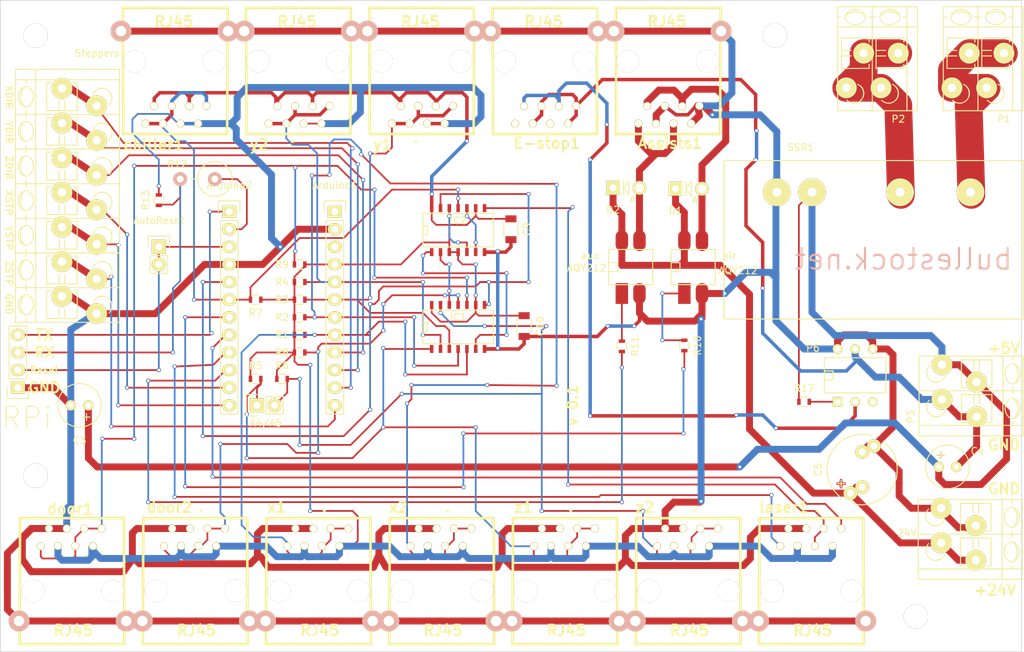
<source format=kicad_pcb>
(kicad_pcb (version 4) (host pcbnew "(2015-05-13 BZR 5653)-product")
  (layers (0 F.Cu signal) (31 B.Cu signal) (34 B.Paste user) (35 F.Paste user) (36 B.SilkS user) (37 F.SilkS user) (38 B.Mask user) (39 F.Mask user) (44 Edge.Cuts user))
  (net 0 "")
  (net 1 GND)
  (net 2 "Net-(24V1-Pad1)")
  (net 3 "Net-(A4/A5-Pad1)")
  (net 4 "Net-(A4/A5-Pad2)")
  (net 5 "Net-(R10-Pad1)")
  (net 6 "Net-(Assists1-Pad1)")
  (net 7 "Net-(Arduino1-Pad1)")
  (net 8 "Net-(Arduino1-Pad3)")
  (net 9 "Net-(Arduino1-Pad4)")
  (net 10 "Net-(Arduino1-Pad5)")
  (net 11 "Net-(Arduino1-Pad6)")
  (net 12 "Net-(Arduino1-Pad7)")
  (net 13 "Net-(Arduino1-Pad8)")
  (net 14 "Net-(Arduino1-Pad9)")
  (net 15 "Net-(Arduino1-Pad10)")
  (net 16 "Net-(Arduino1-Pad11)")
  (net 17 "Net-(Arduino1-Pad12)")
  (net 18 "Net-(Arduino2-Pad1)")
  (net 19 "Net-(Arduino2-Pad2)")
  (net 20 "Net-(Arduino2-Pad3)")
  (net 21 "Net-(Arduino2-Pad5)")
  (net 22 "Net-(Arduino2-Pad6)")
  (net 23 "Net-(Arduino2-Pad7)")
  (net 24 "Net-(Arduino2-Pad8)")
  (net 25 "Net-(Arduino2-Pad9)")
  (net 26 "Net-(Arduino2-Pad10)")
  (net 27 "Net-(Arduino2-Pad11)")
  (net 28 "Net-(Arduino2-Pad12)")
  (net 29 "Net-(Assists1-Pad5)")
  (net 30 "Net-(R11-Pad1)")
  (net 31 "Net-(C3-Pad1)")
  (net 32 "Net-(C4-Pad2)")
  (net 33 "Net-(IC1-Pad10)")
  (net 34 "Net-(IC1-Pad11)")
  (net 35 "Net-(E-stop1-Pad1)")
  (net 36 "Net-(E-stop1-Pad5)")
  (net 37 "Net-(E-stop1-Pad7)")
  (net 38 "Net-(IC1-Pad6)")
  (net 39 "Net-(IC1-Pad12)")
  (net 40 "Net-(IC2-Pad12)")
  (net 41 "Net-(IC2-Pad10)")
  (net 42 "Net-(IC2-Pad8)")
  (net 43 "Net-(P1-Pad1)")
  (net 44 "Net-(P2-Pad1)")
  (net 45 "Net-(P6-Pad1)")
  (net 46 "Net-(P6-Pad3)")
  (net 47 "Net-(R12-Pad2)")
  (module Terminal_Blocks:TerminalBlock_WAGO-804_RM5mm_2pol (layer F.Cu) (at 252.476 106.172 90)
    (fp_text reference 24V (at 3.937 -9.906 180) (layer F.SilkS))
    (fp_text value CONN_01X02 hide)
    (pad 2 thru_hole circle (at 7.49936 -5.00126 90) (size 3 3) (drill 1.2) (layers *.Cu *.Mask F.SilkS) (net 1 GND))
    (pad 2 thru_hole circle (at 5 0 90) (size 3 3) (drill 1.2) (layers *.Cu *.Mask F.SilkS) (net 1 GND))
    (pad 1 thru_hole circle (at 0 0 90) (size 3 3) (drill 1.2) (layers *.Cu *.Mask F.SilkS) (net 2 "Net-(24V1-Pad1)"))
    (pad 1 thru_hole circle (at 2.49936 -5.00126 90) (size 3 3) (drill 1.2) (layers *.Cu *.Mask F.SilkS) (net 2 "Net-(24V1-Pad1)"))
  )
  (module Pin_Headers:Pin_Header_Straight_1x02 (layer F.Cu) (at 148.78 83.82 90)
    (fp_text reference A4/A5 (at -2.54 1.27 180) (layer F.SilkS))
    (fp_text value Header hide)
    (pad 1 thru_hole rect (at 0 0 90) (size 2.032 2.032) (drill 1.016) (layers *.Cu *.Mask F.SilkS) (net 3 "Net-(A4/A5-Pad1)"))
    (pad 2 thru_hole oval (at 0 2.54 90) (size 2.032 2.032) (drill 1.016) (layers *.Cu *.Mask F.SilkS) (net 4 "Net-(A4/A5-Pad2)"))
  )
  (module Pin_Headers:Pin_Header_Straight_1x12 (layer F.Cu) (at 160.02 55.88)
    (fp_text reference Arduino1 (at 0 -3.81) (layer F.SilkS))
    (fp_text value Header hide)
    (pad 1 thru_hole rect (at 0 0) (size 2.032 1.7272) (drill 1.016) (layers *.Cu *.Mask F.SilkS) (net 7 "Net-(Arduino1-Pad1)"))
    (pad 2 thru_hole oval (at 0 2.54) (size 2.032 1.7272) (drill 1.016) (layers *.Cu *.Mask F.SilkS) (net 1 GND))
    (pad 3 thru_hole oval (at 0 5.08) (size 2.032 1.7272) (drill 1.016) (layers *.Cu *.Mask F.SilkS) (net 8 "Net-(Arduino1-Pad3)"))
    (pad 4 thru_hole oval (at 0 7.62) (size 2.032 1.7272) (drill 1.016) (layers *.Cu *.Mask F.SilkS) (net 9 "Net-(Arduino1-Pad4)"))
    (pad 5 thru_hole oval (at 0 10.16) (size 2.032 1.7272) (drill 1.016) (layers *.Cu *.Mask F.SilkS) (net 10 "Net-(Arduino1-Pad5)"))
    (pad 6 thru_hole oval (at 0 12.7) (size 2.032 1.7272) (drill 1.016) (layers *.Cu *.Mask F.SilkS) (net 11 "Net-(Arduino1-Pad6)"))
    (pad 7 thru_hole oval (at 0 15.24) (size 2.032 1.7272) (drill 1.016) (layers *.Cu *.Mask F.SilkS) (net 12 "Net-(Arduino1-Pad7)"))
    (pad 8 thru_hole oval (at 0 17.78) (size 2.032 1.7272) (drill 1.016) (layers *.Cu *.Mask F.SilkS) (net 13 "Net-(Arduino1-Pad8)"))
    (pad 9 thru_hole oval (at 0 20.32) (size 2.032 1.7272) (drill 1.016) (layers *.Cu *.Mask F.SilkS) (net 14 "Net-(Arduino1-Pad9)"))
    (pad 10 thru_hole oval (at 0 22.86) (size 2.032 1.7272) (drill 1.016) (layers *.Cu *.Mask F.SilkS) (net 15 "Net-(Arduino1-Pad10)"))
    (pad 11 thru_hole oval (at 0 25.4) (size 2.032 1.7272) (drill 1.016) (layers *.Cu *.Mask F.SilkS) (net 16 "Net-(Arduino1-Pad11)"))
    (pad 12 thru_hole oval (at 0 27.94) (size 2.032 1.7272) (drill 1.016) (layers *.Cu *.Mask F.SilkS) (net 17 "Net-(Arduino1-Pad12)"))
  )
  (module Pin_Headers:Pin_Header_Straight_1x12 (layer F.Cu) (at 144.78 55.88)
    (fp_text reference Arduino2 (at 0 -3.81) (layer F.SilkS))
    (fp_text value Header hide)
    (pad 1 thru_hole rect (at 0 0) (size 2.032 1.7272) (drill 1.016) (layers *.Cu *.Mask F.SilkS) (net 18 "Net-(Arduino2-Pad1)"))
    (pad 2 thru_hole oval (at 0 2.54) (size 2.032 1.7272) (drill 1.016) (layers *.Cu *.Mask F.SilkS) (net 19 "Net-(Arduino2-Pad2)"))
    (pad 3 thru_hole oval (at 0 5.08) (size 2.032 1.7272) (drill 1.016) (layers *.Cu *.Mask F.SilkS) (net 20 "Net-(Arduino2-Pad3)"))
    (pad 4 thru_hole oval (at 0 7.62) (size 2.032 1.7272) (drill 1.016) (layers *.Cu *.Mask F.SilkS) (net 1 GND))
    (pad 5 thru_hole oval (at 0 10.16) (size 2.032 1.7272) (drill 1.016) (layers *.Cu *.Mask F.SilkS) (net 21 "Net-(Arduino2-Pad5)"))
    (pad 6 thru_hole oval (at 0 12.7) (size 2.032 1.7272) (drill 1.016) (layers *.Cu *.Mask F.SilkS) (net 22 "Net-(Arduino2-Pad6)"))
    (pad 7 thru_hole oval (at 0 15.24) (size 2.032 1.7272) (drill 1.016) (layers *.Cu *.Mask F.SilkS) (net 23 "Net-(Arduino2-Pad7)"))
    (pad 8 thru_hole oval (at 0 17.78) (size 2.032 1.7272) (drill 1.016) (layers *.Cu *.Mask F.SilkS) (net 24 "Net-(Arduino2-Pad8)"))
    (pad 9 thru_hole oval (at 0 20.32) (size 2.032 1.7272) (drill 1.016) (layers *.Cu *.Mask F.SilkS) (net 25 "Net-(Arduino2-Pad9)"))
    (pad 10 thru_hole oval (at 0 22.86) (size 2.032 1.7272) (drill 1.016) (layers *.Cu *.Mask F.SilkS) (net 26 "Net-(Arduino2-Pad10)"))
    (pad 11 thru_hole oval (at 0 25.4) (size 2.032 1.7272) (drill 1.016) (layers *.Cu *.Mask F.SilkS) (net 27 "Net-(Arduino2-Pad11)"))
    (pad 12 thru_hole oval (at 0 27.94) (size 2.032 1.7272) (drill 1.016) (layers *.Cu *.Mask F.SilkS) (net 28 "Net-(Arduino2-Pad12)"))
  )
  (module bullestock-kicad-footprints:RJ45-8-shield (layer F.Cu) (at 208.28 40.64 180)
    (fp_text reference Assists1 (at -0.10668 -5.3721 180) (layer F.SilkS) (effects (font (thickness 0.3048))))
    (fp_text value RJ45 (at 0.3556 12.1666 180) (layer F.SilkS) (effects (font (thickness 0.3048))))
    (pad A thru_hole circle (at -5.461 6.4516 180) (size 3.2512 3.2512) (drill 3.2512) (layers *.Cu *.SilkS *.Mask F.Adhes))
    (pad B thru_hole circle (at 5.9944 6.4516 180) (size 3.2004 3.2004) (drill 3.2004) (layers *.Cu *.SilkS *.Mask F.Adhes))
    (pad 1 thru_hole circle (at 3.2004 0 180) (size 1.143 1.143) (drill 0.889) (layers *.Cu *.Mask F.SilkS) (net 6 "Net-(Assists1-Pad1)"))
    (pad 2 thru_hole circle (at 0.6604 -0.0254 180) (size 1.143 1.143) (drill 0.889) (layers *.Cu *.Mask F.SilkS) (net 1 GND))
    (pad 3 thru_hole circle (at -1.8542 -0.0254 180) (size 1.143 1.143) (drill 0.889) (layers *.Cu *.Mask F.SilkS) (net 6 "Net-(Assists1-Pad1)"))
    (pad 4 thru_hole circle (at -4.32816 0.01778 180) (size 1.143 1.143) (drill 0.889) (layers *.Cu *.Mask F.SilkS) (net 1 GND))
    (pad 5 thru_hole circle (at 4.4704 -2.54 180) (size 1.143 1.143) (drill 0.889) (layers *.Cu *.Mask F.SilkS) (net 29 "Net-(Assists1-Pad5)"))
    (pad 6 thru_hole circle (at 1.9304 -2.54 180) (size 1.143 1.143) (drill 0.889) (layers *.Cu *.Mask F.SilkS) (net 1 GND))
    (pad 7 thru_hole circle (at -0.5842 -2.54 180) (size 1.143 1.143) (drill 0.889) (layers *.Cu *.Mask F.SilkS) (net 29 "Net-(Assists1-Pad5)"))
    (pad 8 thru_hole circle (at -3.1496 -2.54 180) (size 1.143 1.143) (drill 0.889) (layers *.Cu *.Mask F.SilkS) (net 1 GND))
    (pad 9 thru_hole circle (at -7.461 10.8 180) (size 3 3) (drill 1.5) (layers *.Cu *.SilkS *.Mask F.Adhes) (net 1 GND))
    (pad 11 thru_hole circle (at 8 10.8 180) (size 3 3) (drill 1.5) (layers *.Cu *.SilkS *.Mask F.Adhes))
  )
  (module Pin_Headers:Pin_Header_Straight_1x02 (layer F.Cu) (at 134.62 60.96)
    (fp_text reference AutoReset (at 0 -3.81) (layer F.SilkS))
    (fp_text value CONN_01X02 hide)
    (pad 1 thru_hole rect (at 0 0) (size 2.032 2.032) (drill 1.016) (layers *.Cu *.Mask F.SilkS) (net 20 "Net-(Arduino2-Pad3)"))
    (pad 2 thru_hole oval (at 0 2.54) (size 2.032 2.032) (drill 1.016) (layers *.Cu *.Mask F.SilkS) (net 20 "Net-(Arduino2-Pad3)"))
  )
  (module Capacitors_Elko_ThroughHole:Elko_vert_11.2x6.3mm_RM2.5 (layer F.Cu) (at 124.46 83.82 180)
    (fp_text reference C3 (at 1.27 -5.08 180) (layer F.SilkS))
    (fp_text value 10u)
    (fp_line (start 0.26924 -1.69926) (end 0.76962 -1.69926) (layer F.Cu) (width 0.15))
    (fp_line (start 0.26924 -1.69926) (end 0.26924 -2.19964) (layer F.Cu) (width 0.15))
    (fp_line (start -0.23114 -1.69926) (end 0.26924 -1.69926) (layer F.Cu) (width 0.15))
    (fp_line (start 0.26924 -1.69926) (end 0.26924 -1.30048) (layer F.Cu) (width 0.15))
    (fp_line (start 0.26924 -1.30048) (end 0.26924 -1.19888) (layer F.Cu) (width 0.15))
    (pad 2 thru_hole circle (at 2.54 0 180) (size 1.50114 1.50114) (drill 0.8001) (layers *.Cu *.Mask F.SilkS) (net 1 GND))
    (pad 1 thru_hole circle (at 0 0 180) (size 1.50114 1.50114) (drill 0.8001) (layers *.Cu *.Mask F.SilkS) (net 31 "Net-(C3-Pad1)"))
  )
  (module Capacitors_Elko_ThroughHole:Elko_vert_11.2x6.3mm_RM2.5 (layer F.Cu) (at 247.142 92.71)
    (fp_text reference C4 (at 5.588 -2.286) (layer F.SilkS))
    (fp_text value 47u)
    (fp_line (start 0.26924 -1.69926) (end 0.76962 -1.69926) (layer F.Cu) (width 0.15))
    (fp_line (start 0.26924 -1.69926) (end 0.26924 -2.19964) (layer F.Cu) (width 0.15))
    (fp_line (start -0.23114 -1.69926) (end 0.26924 -1.69926) (layer F.Cu) (width 0.15))
    (fp_line (start 0.26924 -1.69926) (end 0.26924 -1.30048) (layer F.Cu) (width 0.15))
    (fp_line (start 0.26924 -1.30048) (end 0.26924 -1.19888) (layer F.Cu) (width 0.15))
    (pad 2 thru_hole circle (at 2.54 0) (size 1.50114 1.50114) (drill 0.8001) (layers *.Cu *.Mask F.SilkS) (net 32 "Net-(C4-Pad2)"))
    (pad 1 thru_hole circle (at 0 0) (size 1.50114 1.50114) (drill 0.8001) (layers *.Cu *.Mask F.SilkS) (net 31 "Net-(C3-Pad1)"))
  )
  (module Capacitors_Elko_ThroughHole:Elko_vert_20x10mm_RM5to7.5 (layer F.Cu) (at 236.093 93.091 90)
    (fp_text reference C5 (at 0 -6.35 90) (layer F.SilkS))
    (fp_text value 1000u)
    (fp_line (start -2.032 -3.556) (end -2.032 -2.54) (layer F.Cu) (width 0.381))
    (fp_line (start -2.54 -3.048) (end -1.524 -3.048) (layer F.Cu) (width 0.381))
    (pad 2 thru_hole circle (at 3.40106 1.69926 90) (size 1.99898 1.99898) (drill 1.00076) (layers *.Cu *.Mask F.SilkS) (net 1 GND))
    (pad 1 thru_hole circle (at -3.40106 -1.69926 90) (size 1.99898 1.99898) (drill 1.00076) (layers *.Cu *.Mask F.SilkS) (net 2 "Net-(24V1-Pad1)"))
    (pad 2 thru_hole circle (at 2.54 0 90) (size 1.99898 1.99898) (drill 1.00076) (layers *.Cu *.Mask F.SilkS) (net 1 GND))
    (pad 1 thru_hole circle (at -2.54 0 90) (size 1.99898 1.99898) (drill 1.00076) (layers *.Cu *.Mask F.SilkS) (net 2 "Net-(24V1-Pad1)"))
  )
  (module Capacitors_SMD:C_1206 (layer F.Cu) (at 185.42 58.42 270)
    (fp_text reference C9 (at 0 -2.3 270) (layer F.SilkS))
    (fp_text value 100n)
    (pad 1 smd rect (at -1.5 0 270) (size 1 1.6) (layers F.Cu F.Paste F.Mask) (net 9 "Net-(Arduino1-Pad4)"))
    (pad 2 smd rect (at 1.5 0 270) (size 1 1.6) (layers F.Cu F.Paste F.Mask) (net 1 GND))
  )
  (module Capacitors_SMD:C_1206 (layer F.Cu) (at 187.325 72.39 270)
    (fp_text reference C10 (at 0 -2.3 270) (layer F.SilkS))
    (fp_text value 100n)
    (pad 1 smd rect (at -1.5 0 270) (size 1 1.6) (layers F.Cu F.Paste F.Mask) (net 9 "Net-(Arduino1-Pad4)"))
    (pad 2 smd rect (at 1.5 0 270) (size 1 1.6) (layers F.Cu F.Paste F.Mask) (net 1 GND))
  )
  (module bullestock-kicad-footprints:RJ45-8-shield (layer F.Cu) (at 137.16 40.64 180)
    (fp_text reference chiller1 (at 3.302 -5.588 180) (layer F.SilkS) (effects (font (thickness 0.3048))))
    (fp_text value RJ45 (at 0.3556 12.1666 180) (layer F.SilkS) (effects (font (thickness 0.3048))))
    (pad A thru_hole circle (at -5.461 6.4516 180) (size 3.2512 3.2512) (drill 3.2512) (layers *.Cu *.SilkS *.Mask F.Adhes))
    (pad B thru_hole circle (at 5.9944 6.4516 180) (size 3.2004 3.2004) (drill 3.2004) (layers *.Cu *.SilkS *.Mask F.Adhes))
    (pad 1 thru_hole circle (at 3.2004 0 180) (size 1.143 1.143) (drill 0.889) (layers *.Cu *.Mask F.SilkS) (net 9 "Net-(Arduino1-Pad4)"))
    (pad 2 thru_hole circle (at 0.6604 -0.0254 180) (size 1.143 1.143) (drill 0.889) (layers *.Cu *.Mask F.SilkS) (net 22 "Net-(Arduino2-Pad6)"))
    (pad 3 thru_hole circle (at -1.8542 -0.0254 180) (size 1.143 1.143) (drill 0.889) (layers *.Cu *.Mask F.SilkS) (net 9 "Net-(Arduino1-Pad4)"))
    (pad 4 thru_hole circle (at -4.32816 0.01778 180) (size 1.143 1.143) (drill 0.889) (layers *.Cu *.Mask F.SilkS) (net 22 "Net-(Arduino2-Pad6)"))
    (pad 5 thru_hole circle (at 4.4704 -2.54 180) (size 1.143 1.143) (drill 0.889) (layers *.Cu *.Mask F.SilkS) (net 22 "Net-(Arduino2-Pad6)"))
    (pad 6 thru_hole circle (at 1.9304 -2.54 180) (size 1.143 1.143) (drill 0.889) (layers *.Cu *.Mask F.SilkS) (net 22 "Net-(Arduino2-Pad6)"))
    (pad 7 thru_hole circle (at -0.5842 -2.54 180) (size 1.143 1.143) (drill 0.889) (layers *.Cu *.Mask F.SilkS) (net 1 GND))
    (pad 8 thru_hole circle (at -3.1496 -2.54 180) (size 1.143 1.143) (drill 0.889) (layers *.Cu *.Mask F.SilkS) (net 1 GND))
    (pad 9 thru_hole circle (at -7.461 10.8 180) (size 3 3) (drill 1.5) (layers *.Cu *.SilkS *.Mask F.Adhes) (net 1 GND))
    (pad 11 thru_hole circle (at 8 10.8 180) (size 3 3) (drill 1.5) (layers *.Cu *.SilkS *.Mask F.Adhes))
  )
  (module Diodes_ThroughHole:Diode_DO-41_SOD81_Vertical_AnodeUp (layer F.Cu) (at 209.169 52.578)
    (fp_text reference D1 (at 0 3.175) (layer F.SilkS))
    (fp_text value 1N4004)
    (fp_text user A (at 2.794 1.651) (layer F.SilkS))
    (pad 2 thru_hole circle (at 3.81 0) (size 1.99898 1.99898) (drill 1.27) (layers *.Cu *.Mask F.SilkS) (net 6 "Net-(Assists1-Pad1)"))
    (pad 1 thru_hole rect (at 0 0) (size 1.99898 1.99898) (drill 1.00076) (layers *.Cu *.Mask F.SilkS) (net 2 "Net-(24V1-Pad1)"))
  )
  (module Diodes_ThroughHole:Diode_DO-41_SOD81_Vertical_AnodeUp (layer F.Cu) (at 200.152 52.451)
    (fp_text reference D2 (at 0 3.175) (layer F.SilkS))
    (fp_text value 1N4004)
    (fp_text user A (at 2.794 1.651) (layer F.SilkS))
    (pad 2 thru_hole circle (at 3.81 0) (size 1.99898 1.99898) (drill 1.27) (layers *.Cu *.Mask F.SilkS) (net 29 "Net-(Assists1-Pad5)"))
    (pad 1 thru_hole rect (at 0 0) (size 1.99898 1.99898) (drill 1.00076) (layers *.Cu *.Mask F.SilkS) (net 2 "Net-(24V1-Pad1)"))
  )
  (module bullestock-kicad-footprints:RJ45-8-shield (layer F.Cu) (at 121.92 104.14)
    (fp_text reference door1 (at -0.10668 -5.3721) (layer F.SilkS) (effects (font (thickness 0.3048))))
    (fp_text value RJ45 (at 0.3556 12.1666) (layer F.SilkS) (effects (font (thickness 0.3048))))
    (pad A thru_hole circle (at -5.461 6.4516) (size 3.2512 3.2512) (drill 3.2512) (layers *.Cu *.SilkS *.Mask F.Adhes))
    (pad B thru_hole circle (at 5.9944 6.4516) (size 3.2004 3.2004) (drill 3.2004) (layers *.Cu *.SilkS *.Mask F.Adhes))
    (pad 1 thru_hole circle (at 3.2004 0) (size 1.143 1.143) (drill 0.889) (layers *.Cu *.Mask F.SilkS) (net 9 "Net-(Arduino1-Pad4)"))
    (pad 2 thru_hole circle (at 0.6604 -0.0254) (size 1.143 1.143) (drill 0.889) (layers *.Cu *.Mask F.SilkS) (net 33 "Net-(IC1-Pad10)"))
    (pad 3 thru_hole circle (at -1.8542 -0.0254) (size 1.143 1.143) (drill 0.889) (layers *.Cu *.Mask F.SilkS) (net 9 "Net-(Arduino1-Pad4)"))
    (pad 4 thru_hole circle (at -4.32816 0.01778) (size 1.143 1.143) (drill 0.889) (layers *.Cu *.Mask F.SilkS) (net 33 "Net-(IC1-Pad10)"))
    (pad 5 thru_hole circle (at 4.4704 -2.54) (size 1.143 1.143) (drill 0.889) (layers *.Cu *.Mask F.SilkS) (net 33 "Net-(IC1-Pad10)"))
    (pad 6 thru_hole circle (at 1.9304 -2.54) (size 1.143 1.143) (drill 0.889) (layers *.Cu *.Mask F.SilkS) (net 33 "Net-(IC1-Pad10)"))
    (pad 7 thru_hole circle (at -0.5842 -2.54) (size 1.143 1.143) (drill 0.889) (layers *.Cu *.Mask F.SilkS) (net 1 GND))
    (pad 8 thru_hole circle (at -3.1496 -2.54) (size 1.143 1.143) (drill 0.889) (layers *.Cu *.Mask F.SilkS) (net 1 GND))
    (pad 9 thru_hole circle (at -7.461 10.8) (size 3 3) (drill 1.5) (layers *.Cu *.SilkS *.Mask F.Adhes) (net 1 GND))
    (pad 11 thru_hole circle (at 8 10.8) (size 3 3) (drill 1.5) (layers *.Cu *.SilkS *.Mask F.Adhes))
  )
  (module bullestock-kicad-footprints:RJ45-8-shield (layer F.Cu) (at 139.7 104.14)
    (fp_text reference door2 (at -3.556 -5.588) (layer F.SilkS) (effects (font (thickness 0.3048))))
    (fp_text value RJ45 (at 0.3556 12.1666) (layer F.SilkS) (effects (font (thickness 0.3048))))
    (pad A thru_hole circle (at -5.461 6.4516) (size 3.2512 3.2512) (drill 3.2512) (layers *.Cu *.SilkS *.Mask F.Adhes))
    (pad B thru_hole circle (at 5.9944 6.4516) (size 3.2004 3.2004) (drill 3.2004) (layers *.Cu *.SilkS *.Mask F.Adhes))
    (pad 1 thru_hole circle (at 3.2004 0) (size 1.143 1.143) (drill 0.889) (layers *.Cu *.Mask F.SilkS) (net 9 "Net-(Arduino1-Pad4)"))
    (pad 2 thru_hole circle (at 0.6604 -0.0254) (size 1.143 1.143) (drill 0.889) (layers *.Cu *.Mask F.SilkS) (net 34 "Net-(IC1-Pad11)"))
    (pad 3 thru_hole circle (at -1.8542 -0.0254) (size 1.143 1.143) (drill 0.889) (layers *.Cu *.Mask F.SilkS) (net 9 "Net-(Arduino1-Pad4)"))
    (pad 4 thru_hole circle (at -4.32816 0.01778) (size 1.143 1.143) (drill 0.889) (layers *.Cu *.Mask F.SilkS) (net 34 "Net-(IC1-Pad11)"))
    (pad 5 thru_hole circle (at 4.4704 -2.54) (size 1.143 1.143) (drill 0.889) (layers *.Cu *.Mask F.SilkS) (net 34 "Net-(IC1-Pad11)"))
    (pad 6 thru_hole circle (at 1.9304 -2.54) (size 1.143 1.143) (drill 0.889) (layers *.Cu *.Mask F.SilkS) (net 34 "Net-(IC1-Pad11)"))
    (pad 7 thru_hole circle (at -0.5842 -2.54) (size 1.143 1.143) (drill 0.889) (layers *.Cu *.Mask F.SilkS) (net 1 GND))
    (pad 8 thru_hole circle (at -3.1496 -2.54) (size 1.143 1.143) (drill 0.889) (layers *.Cu *.Mask F.SilkS) (net 1 GND))
    (pad 9 thru_hole circle (at -7.461 10.8) (size 3 3) (drill 1.5) (layers *.Cu *.SilkS *.Mask F.Adhes) (net 1 GND))
    (pad 11 thru_hole circle (at 8 10.8) (size 3 3) (drill 1.5) (layers *.Cu *.SilkS *.Mask F.Adhes))
  )
  (module bullestock-kicad-footprints:RJ45-8-shield (layer F.Cu) (at 190.5 40.64 180)
    (fp_text reference E-stop1 (at -0.10668 -5.3721 180) (layer F.SilkS) (effects (font (thickness 0.3048))))
    (fp_text value RJ45 (at 0.3556 12.1666 180) (layer F.SilkS) (effects (font (thickness 0.3048))))
    (pad A thru_hole circle (at -5.461 6.4516 180) (size 3.2512 3.2512) (drill 3.2512) (layers *.Cu *.SilkS *.Mask F.Adhes))
    (pad B thru_hole circle (at 5.9944 6.4516 180) (size 3.2004 3.2004) (drill 3.2004) (layers *.Cu *.SilkS *.Mask F.Adhes))
    (pad 1 thru_hole circle (at 3.2004 0 180) (size 1.143 1.143) (drill 0.889) (layers *.Cu *.Mask F.SilkS) (net 35 "Net-(E-stop1-Pad1)"))
    (pad 2 thru_hole circle (at 0.6604 -0.0254 180) (size 1.143 1.143) (drill 0.889) (layers *.Cu *.Mask F.SilkS) (net 32 "Net-(C4-Pad2)"))
    (pad 3 thru_hole circle (at -1.8542 -0.0254 180) (size 1.143 1.143) (drill 0.889) (layers *.Cu *.Mask F.SilkS) (net 35 "Net-(E-stop1-Pad1)"))
    (pad 4 thru_hole circle (at -4.32816 0.01778 180) (size 1.143 1.143) (drill 0.889) (layers *.Cu *.Mask F.SilkS) (net 32 "Net-(C4-Pad2)"))
    (pad 5 thru_hole circle (at 4.4704 -2.54 180) (size 1.143 1.143) (drill 0.889) (layers *.Cu *.Mask F.SilkS) (net 36 "Net-(E-stop1-Pad5)"))
    (pad 6 thru_hole circle (at 1.9304 -2.54 180) (size 1.143 1.143) (drill 0.889) (layers *.Cu *.Mask F.SilkS) (net 32 "Net-(C4-Pad2)"))
    (pad 7 thru_hole circle (at -0.5842 -2.54 180) (size 1.143 1.143) (drill 0.889) (layers *.Cu *.Mask F.SilkS) (net 37 "Net-(E-stop1-Pad7)"))
    (pad 8 thru_hole circle (at -3.1496 -2.54 180) (size 1.143 1.143) (drill 0.889) (layers *.Cu *.Mask F.SilkS) (net 32 "Net-(C4-Pad2)"))
    (pad 9 thru_hole circle (at -7.461 10.8 180) (size 3 3) (drill 1.5) (layers *.Cu *.SilkS *.Mask F.Adhes) (net 1 GND))
    (pad 11 thru_hole circle (at 8 10.8 180) (size 3 3) (drill 1.5) (layers *.Cu *.SilkS *.Mask F.Adhes))
  )
  (module bullestock-kicad-footprints:RJ45-8-shield (layer F.Cu) (at 228.6 104.14)
    (fp_text reference laser1 (at -3.81 -5.588) (layer F.SilkS) (effects (font (thickness 0.3048))))
    (fp_text value RJ45 (at 0.3556 12.1666) (layer F.SilkS) (effects (font (thickness 0.3048))))
    (pad A thru_hole circle (at -5.461 6.4516) (size 3.2512 3.2512) (drill 3.2512) (layers *.Cu *.SilkS *.Mask F.Adhes))
    (pad B thru_hole circle (at 5.9944 6.4516) (size 3.2004 3.2004) (drill 3.2004) (layers *.Cu *.SilkS *.Mask F.Adhes))
    (pad 1 thru_hole circle (at 3.2004 0) (size 1.143 1.143) (drill 0.889) (layers *.Cu *.Mask F.SilkS) (net 9 "Net-(Arduino1-Pad4)"))
    (pad 2 thru_hole circle (at 0.6604 -0.0254) (size 1.143 1.143) (drill 0.889) (layers *.Cu *.Mask F.SilkS) (net 42 "Net-(IC2-Pad8)"))
    (pad 3 thru_hole circle (at -1.8542 -0.0254) (size 1.143 1.143) (drill 0.889) (layers *.Cu *.Mask F.SilkS) (net 9 "Net-(Arduino1-Pad4)"))
    (pad 4 thru_hole circle (at -4.32816 0.01778) (size 1.143 1.143) (drill 0.889) (layers *.Cu *.Mask F.SilkS) (net 25 "Net-(Arduino2-Pad9)"))
    (pad 5 thru_hole circle (at 4.4704 -2.54) (size 1.143 1.143) (drill 0.889) (layers *.Cu *.Mask F.SilkS) (net 24 "Net-(Arduino2-Pad8)"))
    (pad 6 thru_hole circle (at 1.9304 -2.54) (size 1.143 1.143) (drill 0.889) (layers *.Cu *.Mask F.SilkS) (net 42 "Net-(IC2-Pad8)"))
    (pad 7 thru_hole circle (at -0.5842 -2.54) (size 1.143 1.143) (drill 0.889) (layers *.Cu *.Mask F.SilkS) (net 1 GND))
    (pad 8 thru_hole circle (at -3.1496 -2.54) (size 1.143 1.143) (drill 0.889) (layers *.Cu *.Mask F.SilkS) (net 1 GND))
    (pad 9 thru_hole circle (at -7.461 10.8) (size 3 3) (drill 1.5) (layers *.Cu *.SilkS *.Mask F.Adhes) (net 1 GND))
    (pad 11 thru_hole circle (at 8 10.8) (size 3 3) (drill 1.5) (layers *.Cu *.SilkS *.Mask F.Adhes))
  )
  (module Terminal_Blocks:TerminalBlock_WAGO-804_RM5mm_2pol (layer F.Cu) (at 256.54 33.02 180)
    (fp_text reference P1 (at 0 -9.5 180) (layer F.SilkS))
    (fp_text value "AC IN")
    (pad 2 thru_hole circle (at 7.49936 -5.00126 180) (size 3 3) (drill 1.2) (layers *.Cu *.Mask F.SilkS) (net 43 "Net-(P1-Pad1)"))
    (pad 2 thru_hole circle (at 5 0 180) (size 3 3) (drill 1.2) (layers *.Cu *.Mask F.SilkS) (net 43 "Net-(P1-Pad1)"))
    (pad 1 thru_hole circle (at 0 0 180) (size 3 3) (drill 1.2) (layers *.Cu *.Mask F.SilkS) (net 43 "Net-(P1-Pad1)"))
    (pad 1 thru_hole circle (at 2.49936 -5.00126 180) (size 3 3) (drill 1.2) (layers *.Cu *.Mask F.SilkS) (net 43 "Net-(P1-Pad1)"))
  )
  (module Terminal_Blocks:TerminalBlock_WAGO-804_RM5mm_2pol (layer F.Cu) (at 241.3 33.02 180)
    (fp_text reference P2 (at 0 -9.5 180) (layer F.SilkS))
    (fp_text value "AC out")
    (pad 2 thru_hole circle (at 7.49936 -5.00126 180) (size 3 3) (drill 1.2) (layers *.Cu *.Mask F.SilkS) (net 44 "Net-(P2-Pad1)"))
    (pad 2 thru_hole circle (at 5 0 180) (size 3 3) (drill 1.2) (layers *.Cu *.Mask F.SilkS) (net 44 "Net-(P2-Pad1)"))
    (pad 1 thru_hole circle (at 0 0 180) (size 3 3) (drill 1.2) (layers *.Cu *.Mask F.SilkS) (net 44 "Net-(P2-Pad1)"))
    (pad 1 thru_hole circle (at 2.49936 -5.00126 180) (size 3 3) (drill 1.2) (layers *.Cu *.Mask F.SilkS) (net 44 "Net-(P2-Pad1)"))
  )
  (module Terminal_Blocks:TerminalBlock_WAGO-804_RM5mm_2pol (layer F.Cu) (at 252.603 85.471 90)
    (fp_text reference P3 (at 0 -9.5 90) (layer F.SilkS))
    (fp_text value "5V in")
    (pad 2 thru_hole circle (at 7.49936 -5.00126 90) (size 3 3) (drill 1.2) (layers *.Cu *.Mask F.SilkS) (net 31 "Net-(C3-Pad1)"))
    (pad 2 thru_hole circle (at 5 0 90) (size 3 3) (drill 1.2) (layers *.Cu *.Mask F.SilkS) (net 31 "Net-(C3-Pad1)"))
    (pad 1 thru_hole circle (at 0 0 90) (size 3 3) (drill 1.2) (layers *.Cu *.Mask F.SilkS) (net 32 "Net-(C4-Pad2)"))
    (pad 1 thru_hole circle (at 2.49936 -5.00126 90) (size 3 3) (drill 1.2) (layers *.Cu *.Mask F.SilkS) (net 32 "Net-(C4-Pad2)"))
  )
  (module Housings_DIP:DIP-6__300 (layer F.Cu) (at 235.077 79.502)
    (fp_text reference P6 (at -6.096 -3.937 180) (layer F.SilkS))
    (fp_text value AQV2526)
    (pad 1 thru_hole rect (at -2.54 3.81) (size 1.397 1.397) (drill 0.8128) (layers *.Cu *.Mask F.SilkS) (net 45 "Net-(P6-Pad1)"))
    (pad 2 thru_hole circle (at 0 3.81) (size 1.397 1.397) (drill 0.8128) (layers *.Cu *.Mask F.SilkS) (net 35 "Net-(E-stop1-Pad1)"))
    (pad 3 thru_hole circle (at 2.54 3.81) (size 1.397 1.397) (drill 0.8128) (layers *.Cu *.Mask F.SilkS) (net 46 "Net-(P6-Pad3)"))
    (pad 4 thru_hole circle (at 2.54 -3.81) (size 1.397 1.397) (drill 0.8128) (layers *.Cu *.Mask F.SilkS) (net 1 GND))
    (pad 5 thru_hole circle (at 0 -3.81) (size 1.397 1.397) (drill 0.8128) (layers *.Cu *.Mask F.SilkS) (net 32 "Net-(C4-Pad2)"))
    (pad 6 thru_hole circle (at -2.54 -3.81) (size 1.397 1.397) (drill 0.8128) (layers *.Cu *.Mask F.SilkS) (net 1 GND))
  )
  (module Resistors_SMD:R_0603 (layer F.Cu) (at 154.94 73.66)
    (fp_text reference R1 (at -2.54 0) (layer F.SilkS))
    (fp_text value 10K hide)
    (pad 1 smd rect (at -0.75 0) (size 0.5 0.9) (layers F.Cu F.Paste F.Mask) (net 9 "Net-(Arduino1-Pad4)"))
    (pad 2 smd rect (at 0.75 0) (size 0.5 0.9) (layers F.Cu F.Paste F.Mask) (net 13 "Net-(Arduino1-Pad8)"))
  )
  (module Resistors_SMD:R_0603 (layer F.Cu) (at 154.94 71.12)
    (fp_text reference R2 (at -2.54 0) (layer F.SilkS))
    (fp_text value 10K hide)
    (pad 1 smd rect (at -0.75 0) (size 0.5 0.9) (layers F.Cu F.Paste F.Mask) (net 9 "Net-(Arduino1-Pad4)"))
    (pad 2 smd rect (at 0.75 0) (size 0.5 0.9) (layers F.Cu F.Paste F.Mask) (net 12 "Net-(Arduino1-Pad7)"))
  )
  (module Resistors_SMD:R_0603 (layer F.Cu) (at 154.94 68.58)
    (fp_text reference R3 (at -2.54 0) (layer F.SilkS))
    (fp_text value 10K hide)
    (pad 1 smd rect (at -0.75 0) (size 0.5 0.9) (layers F.Cu F.Paste F.Mask) (net 9 "Net-(Arduino1-Pad4)"))
    (pad 2 smd rect (at 0.75 0) (size 0.5 0.9) (layers F.Cu F.Paste F.Mask) (net 11 "Net-(Arduino1-Pad6)"))
  )
  (module Resistors_SMD:R_0603 (layer F.Cu) (at 154.94 66.04 180)
    (fp_text reference R4 (at 2.54 0 180) (layer F.SilkS))
    (fp_text value 10K hide)
    (pad 1 smd rect (at -0.75 0 180) (size 0.5 0.9) (layers F.Cu F.Paste F.Mask) (net 10 "Net-(Arduino1-Pad5)"))
    (pad 2 smd rect (at 0.75 0 180) (size 0.5 0.9) (layers F.Cu F.Paste F.Mask) (net 9 "Net-(Arduino1-Pad4)"))
  )
  (module Resistors_SMD:R_0603 (layer F.Cu) (at 148.59 80.01)
    (fp_text reference R5 (at 0 -1.9) (layer F.SilkS))
    (fp_text value 10K hide)
    (pad 1 smd rect (at -0.75 0) (size 0.5 0.9) (layers F.Cu F.Paste F.Mask) (net 9 "Net-(Arduino1-Pad4)"))
    (pad 2 smd rect (at 0.75 0) (size 0.5 0.9) (layers F.Cu F.Paste F.Mask) (net 3 "Net-(A4/A5-Pad1)"))
  )
  (module Resistors_SMD:R_0603 (layer F.Cu) (at 152.4 80.01)
    (fp_text reference R6 (at 0 -1.9) (layer F.SilkS))
    (fp_text value 10K hide)
    (pad 1 smd rect (at -0.75 0) (size 0.5 0.9) (layers F.Cu F.Paste F.Mask) (net 9 "Net-(Arduino1-Pad4)"))
    (pad 2 smd rect (at 0.75 0) (size 0.5 0.9) (layers F.Cu F.Paste F.Mask) (net 4 "Net-(A4/A5-Pad2)"))
  )
  (module Resistors_SMD:R_0603 (layer F.Cu) (at 148.59 68.58 180)
    (fp_text reference R7 (at 0 -1.9 180) (layer F.SilkS))
    (fp_text value 10K hide)
    (pad 1 smd rect (at -0.75 0 180) (size 0.5 0.9) (layers F.Cu F.Paste F.Mask) (net 9 "Net-(Arduino1-Pad4)"))
    (pad 2 smd rect (at 0.75 0 180) (size 0.5 0.9) (layers F.Cu F.Paste F.Mask) (net 22 "Net-(Arduino2-Pad6)"))
  )
  (module Resistors_SMD:R_0603 (layer F.Cu) (at 154.94 76.2)
    (fp_text reference R8 (at -2.54 0) (layer F.SilkS))
    (fp_text value 10K hide)
    (pad 1 smd rect (at -0.75 0) (size 0.5 0.9) (layers F.Cu F.Paste F.Mask) (net 9 "Net-(Arduino1-Pad4)"))
    (pad 2 smd rect (at 0.75 0) (size 0.5 0.9) (layers F.Cu F.Paste F.Mask) (net 34 "Net-(IC1-Pad11)"))
  )
  (module Resistors_SMD:R_0603 (layer F.Cu) (at 154.94 63.5 180)
    (fp_text reference R9 (at 2.54 0 180) (layer F.SilkS))
    (fp_text value 10K hide)
    (pad 1 smd rect (at -0.75 0 180) (size 0.5 0.9) (layers F.Cu F.Paste F.Mask) (net 9 "Net-(Arduino1-Pad4)"))
    (pad 2 smd rect (at 0.75 0 180) (size 0.5 0.9) (layers F.Cu F.Paste F.Mask) (net 33 "Net-(IC1-Pad10)"))
  )
  (module Resistors_SMD:R_0603 (layer F.Cu) (at 210.439 75.184 270)
    (fp_text reference R10 (at 0 -1.9 270) (layer F.SilkS))
    (fp_text value 360R)
    (pad 1 smd rect (at -0.75 0 270) (size 0.5 0.9) (layers F.Cu F.Paste F.Mask) (net 5 "Net-(R10-Pad1)"))
    (pad 2 smd rect (at 0.75 0 270) (size 0.5 0.9) (layers F.Cu F.Paste F.Mask) (net 23 "Net-(Arduino2-Pad7)"))
  )
  (module Resistors_SMD:R_0603 (layer F.Cu) (at 201.422 75.311 270)
    (fp_text reference R11 (at 0 -1.9 270) (layer F.SilkS))
    (fp_text value 360R)
    (pad 1 smd rect (at -0.75 0 270) (size 0.5 0.9) (layers F.Cu F.Paste F.Mask) (net 30 "Net-(R11-Pad1)"))
    (pad 2 smd rect (at 0.75 0 270) (size 0.5 0.9) (layers F.Cu F.Paste F.Mask) (net 26 "Net-(Arduino2-Pad10)"))
  )
  (module Resistors_SMD:R_0603 (layer F.Cu) (at 227.711 83.312)
    (fp_text reference R17 (at 0 -1.9) (layer F.SilkS))
    (fp_text value 360R)
    (pad 1 smd rect (at -0.75 0) (size 0.5 0.9) (layers F.Cu F.Paste F.Mask) (net 31 "Net-(C3-Pad1)"))
    (pad 2 smd rect (at 0.75 0) (size 0.5 0.9) (layers F.Cu F.Paste F.Mask) (net 45 "Net-(P6-Pad1)"))
  )
  (module Pin_Headers:Pin_Header_Straight_1x04 (layer F.Cu) (at 114.3 81.28 180)
    (fp_text reference RPi (at -1.27 -4.318 180) (layer F.SilkS) (effects (font (size 3 3))))
    (fp_text value CONN_01X04 hide)
    (pad 1 thru_hole rect (at 0 0 180) (size 2.032 1.7272) (drill 1.016) (layers *.Cu *.Mask F.SilkS) (net 1 GND))
    (pad 2 thru_hole oval (at 0 2.54 180) (size 2.032 1.7272) (drill 1.016) (layers *.Cu *.Mask F.SilkS) (net 20 "Net-(Arduino2-Pad3)"))
    (pad 3 thru_hole oval (at 0 5.08 180) (size 2.032 1.7272) (drill 1.016) (layers *.Cu *.Mask F.SilkS) (net 19 "Net-(Arduino2-Pad2)"))
    (pad 4 thru_hole oval (at 0 7.62 180) (size 2.032 1.7272) (drill 1.016) (layers *.Cu *.Mask F.SilkS) (net 18 "Net-(Arduino2-Pad1)"))
  )
  (module Terminal_Blocks:TerminalBlock_WAGO-804_RM5mm_7pol (layer F.Cu) (at 120.65 38.1 270)
    (fp_text reference Steppers (at -5.08 -5.08 360) (layer F.SilkS))
    (fp_text value "Screw terminal" hide)
    (pad 7 thru_hole circle (at 30 0 270) (size 3 3) (drill 1.2) (layers *.Cu *.Mask F.SilkS) (net 1 GND))
    (pad 7 thru_hole circle (at 32.49936 -5.00126 270) (size 3 3) (drill 1.2) (layers *.Cu *.Mask F.SilkS) (net 1 GND))
    (pad 6 thru_hole circle (at 27.49936 -5.00126 270) (size 3 3) (drill 1.2) (layers *.Cu *.Mask F.SilkS) (net 17 "Net-(Arduino1-Pad12)"))
    (pad 6 thru_hole circle (at 25 0 270) (size 3 3) (drill 1.2) (layers *.Cu *.Mask F.SilkS) (net 17 "Net-(Arduino1-Pad12)"))
    (pad 5 thru_hole circle (at 20 0 270) (size 3 3) (drill 1.2) (layers *.Cu *.Mask F.SilkS) (net 28 "Net-(Arduino2-Pad12)"))
    (pad 5 thru_hole circle (at 22.49936 -5.00126 270) (size 3 3) (drill 1.2) (layers *.Cu *.Mask F.SilkS) (net 28 "Net-(Arduino2-Pad12)"))
    (pad 4 thru_hole circle (at 17.49936 -5.00126 270) (size 3 3) (drill 1.2) (layers *.Cu *.Mask F.SilkS) (net 27 "Net-(Arduino2-Pad11)"))
    (pad 4 thru_hole circle (at 15 0 270) (size 3 3) (drill 1.2) (layers *.Cu *.Mask F.SilkS) (net 27 "Net-(Arduino2-Pad11)"))
    (pad 3 thru_hole circle (at 10 0 270) (size 3 3) (drill 1.2) (layers *.Cu *.Mask F.SilkS) (net 14 "Net-(Arduino1-Pad9)"))
    (pad 3 thru_hole circle (at 12.49936 -5.00126 270) (size 3 3) (drill 1.2) (layers *.Cu *.Mask F.SilkS) (net 14 "Net-(Arduino1-Pad9)"))
    (pad 2 thru_hole circle (at 7.49936 -5.00126 270) (size 3 3) (drill 1.2) (layers *.Cu *.Mask F.SilkS) (net 15 "Net-(Arduino1-Pad10)"))
    (pad 2 thru_hole circle (at 5 0 270) (size 3 3) (drill 1.2) (layers *.Cu *.Mask F.SilkS) (net 15 "Net-(Arduino1-Pad10)"))
    (pad 1 thru_hole circle (at 0 0 270) (size 3 3) (drill 1.2) (layers *.Cu *.Mask F.SilkS) (net 16 "Net-(Arduino1-Pad11)"))
    (pad 1 thru_hole circle (at 2.49936 -5.00126 270) (size 3 3) (drill 1.2) (layers *.Cu *.Mask F.SilkS) (net 16 "Net-(Arduino1-Pad11)"))
  )
  (module bullestock-kicad-footprints:RJ45-8-shield (layer F.Cu) (at 157.48 104.14)
    (fp_text reference x1 (at -5.842 -5.588) (layer F.SilkS) (effects (font (thickness 0.3048))))
    (fp_text value RJ45 (at 0.3556 12.1666) (layer F.SilkS) (effects (font (thickness 0.3048))))
    (pad A thru_hole circle (at -5.461 6.4516) (size 3.2512 3.2512) (drill 3.2512) (layers *.Cu *.SilkS *.Mask F.Adhes))
    (pad B thru_hole circle (at 5.9944 6.4516) (size 3.2004 3.2004) (drill 3.2004) (layers *.Cu *.SilkS *.Mask F.Adhes))
    (pad 1 thru_hole circle (at 3.2004 0) (size 1.143 1.143) (drill 0.889) (layers *.Cu *.Mask F.SilkS) (net 9 "Net-(Arduino1-Pad4)"))
    (pad 2 thru_hole circle (at 0.6604 -0.0254) (size 1.143 1.143) (drill 0.889) (layers *.Cu *.Mask F.SilkS) (net 13 "Net-(Arduino1-Pad8)"))
    (pad 3 thru_hole circle (at -1.8542 -0.0254) (size 1.143 1.143) (drill 0.889) (layers *.Cu *.Mask F.SilkS) (net 9 "Net-(Arduino1-Pad4)"))
    (pad 4 thru_hole circle (at -4.32816 0.01778) (size 1.143 1.143) (drill 0.889) (layers *.Cu *.Mask F.SilkS) (net 13 "Net-(Arduino1-Pad8)"))
    (pad 5 thru_hole circle (at 4.4704 -2.54) (size 1.143 1.143) (drill 0.889) (layers *.Cu *.Mask F.SilkS) (net 13 "Net-(Arduino1-Pad8)"))
    (pad 6 thru_hole circle (at 1.9304 -2.54) (size 1.143 1.143) (drill 0.889) (layers *.Cu *.Mask F.SilkS) (net 13 "Net-(Arduino1-Pad8)"))
    (pad 7 thru_hole circle (at -0.5842 -2.54) (size 1.143 1.143) (drill 0.889) (layers *.Cu *.Mask F.SilkS) (net 1 GND))
    (pad 8 thru_hole circle (at -3.1496 -2.54) (size 1.143 1.143) (drill 0.889) (layers *.Cu *.Mask F.SilkS) (net 1 GND))
    (pad 9 thru_hole circle (at -7.461 10.8) (size 3 3) (drill 1.5) (layers *.Cu *.SilkS *.Mask F.Adhes) (net 1 GND))
    (pad 11 thru_hole circle (at 8 10.8) (size 3 3) (drill 1.5) (layers *.Cu *.SilkS *.Mask F.Adhes))
  )
  (module bullestock-kicad-footprints:RJ45-8-shield (layer F.Cu) (at 175.26 104.14)
    (fp_text reference x2 (at -6.096 -5.588) (layer F.SilkS) (effects (font (thickness 0.3048))))
    (fp_text value RJ45 (at 0.3556 12.1666) (layer F.SilkS) (effects (font (thickness 0.3048))))
    (pad A thru_hole circle (at -5.461 6.4516) (size 3.2512 3.2512) (drill 3.2512) (layers *.Cu *.SilkS *.Mask F.Adhes))
    (pad B thru_hole circle (at 5.9944 6.4516) (size 3.2004 3.2004) (drill 3.2004) (layers *.Cu *.SilkS *.Mask F.Adhes))
    (pad 1 thru_hole circle (at 3.2004 0) (size 1.143 1.143) (drill 0.889) (layers *.Cu *.Mask F.SilkS) (net 9 "Net-(Arduino1-Pad4)"))
    (pad 2 thru_hole circle (at 0.6604 -0.0254) (size 1.143 1.143) (drill 0.889) (layers *.Cu *.Mask F.SilkS) (net 12 "Net-(Arduino1-Pad7)"))
    (pad 3 thru_hole circle (at -1.8542 -0.0254) (size 1.143 1.143) (drill 0.889) (layers *.Cu *.Mask F.SilkS) (net 9 "Net-(Arduino1-Pad4)"))
    (pad 4 thru_hole circle (at -4.32816 0.01778) (size 1.143 1.143) (drill 0.889) (layers *.Cu *.Mask F.SilkS) (net 12 "Net-(Arduino1-Pad7)"))
    (pad 5 thru_hole circle (at 4.4704 -2.54) (size 1.143 1.143) (drill 0.889) (layers *.Cu *.Mask F.SilkS) (net 12 "Net-(Arduino1-Pad7)"))
    (pad 6 thru_hole circle (at 1.9304 -2.54) (size 1.143 1.143) (drill 0.889) (layers *.Cu *.Mask F.SilkS) (net 12 "Net-(Arduino1-Pad7)"))
    (pad 7 thru_hole circle (at -0.5842 -2.54) (size 1.143 1.143) (drill 0.889) (layers *.Cu *.Mask F.SilkS) (net 1 GND))
    (pad 8 thru_hole circle (at -3.1496 -2.54) (size 1.143 1.143) (drill 0.889) (layers *.Cu *.Mask F.SilkS) (net 1 GND))
    (pad 9 thru_hole circle (at -7.461 10.8) (size 3 3) (drill 1.5) (layers *.Cu *.SilkS *.Mask F.Adhes) (net 1 GND))
    (pad 11 thru_hole circle (at 8 10.8) (size 3 3) (drill 1.5) (layers *.Cu *.SilkS *.Mask F.Adhes))
  )
  (module bullestock-kicad-footprints:RJ45-8-shield (layer F.Cu) (at 172.72 40.64 180)
    (fp_text reference y1 (at 5.842 -5.588 180) (layer F.SilkS) (effects (font (thickness 0.3048))))
    (fp_text value RJ45 (at 0.3556 12.1666 180) (layer F.SilkS) (effects (font (thickness 0.3048))))
    (pad A thru_hole circle (at -5.461 6.4516 180) (size 3.2512 3.2512) (drill 3.2512) (layers *.Cu *.SilkS *.Mask F.Adhes))
    (pad B thru_hole circle (at 5.9944 6.4516 180) (size 3.2004 3.2004) (drill 3.2004) (layers *.Cu *.SilkS *.Mask F.Adhes))
    (pad 1 thru_hole circle (at 3.2004 0 180) (size 1.143 1.143) (drill 0.889) (layers *.Cu *.Mask F.SilkS) (net 9 "Net-(Arduino1-Pad4)"))
    (pad 2 thru_hole circle (at 0.6604 -0.0254 180) (size 1.143 1.143) (drill 0.889) (layers *.Cu *.Mask F.SilkS) (net 11 "Net-(Arduino1-Pad6)"))
    (pad 3 thru_hole circle (at -1.8542 -0.0254 180) (size 1.143 1.143) (drill 0.889) (layers *.Cu *.Mask F.SilkS) (net 9 "Net-(Arduino1-Pad4)"))
    (pad 4 thru_hole circle (at -4.32816 0.01778 180) (size 1.143 1.143) (drill 0.889) (layers *.Cu *.Mask F.SilkS) (net 11 "Net-(Arduino1-Pad6)"))
    (pad 5 thru_hole circle (at 4.4704 -2.54 180) (size 1.143 1.143) (drill 0.889) (layers *.Cu *.Mask F.SilkS) (net 11 "Net-(Arduino1-Pad6)"))
    (pad 6 thru_hole circle (at 1.9304 -2.54 180) (size 1.143 1.143) (drill 0.889) (layers *.Cu *.Mask F.SilkS) (net 11 "Net-(Arduino1-Pad6)"))
    (pad 7 thru_hole circle (at -0.5842 -2.54 180) (size 1.143 1.143) (drill 0.889) (layers *.Cu *.Mask F.SilkS) (net 1 GND))
    (pad 8 thru_hole circle (at -3.1496 -2.54 180) (size 1.143 1.143) (drill 0.889) (layers *.Cu *.Mask F.SilkS) (net 1 GND))
    (pad 9 thru_hole circle (at -7.461 10.8 180) (size 3 3) (drill 1.5) (layers *.Cu *.SilkS *.Mask F.Adhes) (net 1 GND))
    (pad 11 thru_hole circle (at 8 10.8 180) (size 3 3) (drill 1.5) (layers *.Cu *.SilkS *.Mask F.Adhes))
  )
  (module bullestock-kicad-footprints:RJ45-8-shield (layer F.Cu) (at 154.94 40.64 180)
    (fp_text reference y2 (at 5.842 -5.588 180) (layer F.SilkS) (effects (font (thickness 0.3048))))
    (fp_text value RJ45 (at 0.3556 12.1666 180) (layer F.SilkS) (effects (font (thickness 0.3048))))
    (pad A thru_hole circle (at -5.461 6.4516 180) (size 3.2512 3.2512) (drill 3.2512) (layers *.Cu *.SilkS *.Mask F.Adhes))
    (pad B thru_hole circle (at 5.9944 6.4516 180) (size 3.2004 3.2004) (drill 3.2004) (layers *.Cu *.SilkS *.Mask F.Adhes))
    (pad 1 thru_hole circle (at 3.2004 0 180) (size 1.143 1.143) (drill 0.889) (layers *.Cu *.Mask F.SilkS) (net 9 "Net-(Arduino1-Pad4)"))
    (pad 2 thru_hole circle (at 0.6604 -0.0254 180) (size 1.143 1.143) (drill 0.889) (layers *.Cu *.Mask F.SilkS) (net 10 "Net-(Arduino1-Pad5)"))
    (pad 3 thru_hole circle (at -1.8542 -0.0254 180) (size 1.143 1.143) (drill 0.889) (layers *.Cu *.Mask F.SilkS) (net 9 "Net-(Arduino1-Pad4)"))
    (pad 4 thru_hole circle (at -4.32816 0.01778 180) (size 1.143 1.143) (drill 0.889) (layers *.Cu *.Mask F.SilkS) (net 10 "Net-(Arduino1-Pad5)"))
    (pad 5 thru_hole circle (at 4.4704 -2.54 180) (size 1.143 1.143) (drill 0.889) (layers *.Cu *.Mask F.SilkS) (net 10 "Net-(Arduino1-Pad5)"))
    (pad 6 thru_hole circle (at 1.9304 -2.54 180) (size 1.143 1.143) (drill 0.889) (layers *.Cu *.Mask F.SilkS) (net 10 "Net-(Arduino1-Pad5)"))
    (pad 7 thru_hole circle (at -0.5842 -2.54 180) (size 1.143 1.143) (drill 0.889) (layers *.Cu *.Mask F.SilkS) (net 1 GND))
    (pad 8 thru_hole circle (at -3.1496 -2.54 180) (size 1.143 1.143) (drill 0.889) (layers *.Cu *.Mask F.SilkS) (net 1 GND))
    (pad 9 thru_hole circle (at -7.461 10.8 180) (size 3 3) (drill 1.5) (layers *.Cu *.SilkS *.Mask F.Adhes) (net 1 GND))
    (pad 11 thru_hole circle (at 8 10.8 180) (size 3 3) (drill 1.5) (layers *.Cu *.SilkS *.Mask F.Adhes))
  )
  (module bullestock-kicad-footprints:RJ45-8-shield (layer F.Cu) (at 193.04 104.14)
    (fp_text reference z1 (at -5.842 -5.588) (layer F.SilkS) (effects (font (thickness 0.3048))))
    (fp_text value RJ45 (at 0.3556 12.1666) (layer F.SilkS) (effects (font (thickness 0.3048))))
    (pad A thru_hole circle (at -5.461 6.4516) (size 3.2512 3.2512) (drill 3.2512) (layers *.Cu *.SilkS *.Mask F.Adhes))
    (pad B thru_hole circle (at 5.9944 6.4516) (size 3.2004 3.2004) (drill 3.2004) (layers *.Cu *.SilkS *.Mask F.Adhes))
    (pad 1 thru_hole circle (at 3.2004 0) (size 1.143 1.143) (drill 0.889) (layers *.Cu *.Mask F.SilkS) (net 9 "Net-(Arduino1-Pad4)"))
    (pad 2 thru_hole circle (at 0.6604 -0.0254) (size 1.143 1.143) (drill 0.889) (layers *.Cu *.Mask F.SilkS) (net 3 "Net-(A4/A5-Pad1)"))
    (pad 3 thru_hole circle (at -1.8542 -0.0254) (size 1.143 1.143) (drill 0.889) (layers *.Cu *.Mask F.SilkS) (net 9 "Net-(Arduino1-Pad4)"))
    (pad 4 thru_hole circle (at -4.32816 0.01778) (size 1.143 1.143) (drill 0.889) (layers *.Cu *.Mask F.SilkS) (net 3 "Net-(A4/A5-Pad1)"))
    (pad 5 thru_hole circle (at 4.4704 -2.54) (size 1.143 1.143) (drill 0.889) (layers *.Cu *.Mask F.SilkS) (net 3 "Net-(A4/A5-Pad1)"))
    (pad 6 thru_hole circle (at 1.9304 -2.54) (size 1.143 1.143) (drill 0.889) (layers *.Cu *.Mask F.SilkS) (net 3 "Net-(A4/A5-Pad1)"))
    (pad 7 thru_hole circle (at -0.5842 -2.54) (size 1.143 1.143) (drill 0.889) (layers *.Cu *.Mask F.SilkS) (net 1 GND))
    (pad 8 thru_hole circle (at -3.1496 -2.54) (size 1.143 1.143) (drill 0.889) (layers *.Cu *.Mask F.SilkS) (net 1 GND))
    (pad 9 thru_hole circle (at -7.461 10.8) (size 3 3) (drill 1.5) (layers *.Cu *.SilkS *.Mask F.Adhes) (net 1 GND))
    (pad 11 thru_hole circle (at 8 10.8) (size 3 3) (drill 1.5) (layers *.Cu *.SilkS *.Mask F.Adhes))
  )
  (module bullestock-kicad-footprints:RJ45-8-shield (layer F.Cu) (at 210.82 104.14)
    (fp_text reference z2 (at -6.096 -5.588) (layer F.SilkS) (effects (font (thickness 0.3048))))
    (fp_text value RJ45 (at 0.3556 12.1666) (layer F.SilkS) (effects (font (thickness 0.3048))))
    (pad A thru_hole circle (at -5.461 6.4516) (size 3.2512 3.2512) (drill 3.2512) (layers *.Cu *.SilkS *.Mask F.Adhes))
    (pad B thru_hole circle (at 5.9944 6.4516) (size 3.2004 3.2004) (drill 3.2004) (layers *.Cu *.SilkS *.Mask F.Adhes))
    (pad 1 thru_hole circle (at 3.2004 0) (size 1.143 1.143) (drill 0.889) (layers *.Cu *.Mask F.SilkS) (net 9 "Net-(Arduino1-Pad4)"))
    (pad 2 thru_hole circle (at 0.6604 -0.0254) (size 1.143 1.143) (drill 0.889) (layers *.Cu *.Mask F.SilkS) (net 4 "Net-(A4/A5-Pad2)"))
    (pad 3 thru_hole circle (at -1.8542 -0.0254) (size 1.143 1.143) (drill 0.889) (layers *.Cu *.Mask F.SilkS) (net 9 "Net-(Arduino1-Pad4)"))
    (pad 4 thru_hole circle (at -4.32816 0.01778) (size 1.143 1.143) (drill 0.889) (layers *.Cu *.Mask F.SilkS) (net 4 "Net-(A4/A5-Pad2)"))
    (pad 5 thru_hole circle (at 4.4704 -2.54) (size 1.143 1.143) (drill 0.889) (layers *.Cu *.Mask F.SilkS) (net 4 "Net-(A4/A5-Pad2)"))
    (pad 6 thru_hole circle (at 1.9304 -2.54) (size 1.143 1.143) (drill 0.889) (layers *.Cu *.Mask F.SilkS) (net 4 "Net-(A4/A5-Pad2)"))
    (pad 7 thru_hole circle (at -0.5842 -2.54) (size 1.143 1.143) (drill 0.889) (layers *.Cu *.Mask F.SilkS) (net 1 GND))
    (pad 8 thru_hole circle (at -3.1496 -2.54) (size 1.143 1.143) (drill 0.889) (layers *.Cu *.Mask F.SilkS) (net 1 GND))
    (pad 9 thru_hole circle (at -7.461 10.8) (size 3 3) (drill 1.5) (layers *.Cu *.SilkS *.Mask F.Adhes) (net 1 GND))
    (pad 11 thru_hole circle (at 8 10.8) (size 3 3) (drill 1.5) (layers *.Cu *.SilkS *.Mask F.Adhes))
  )
  (module bullestock-kicad-footprints:DIP-4_SMD_300 (layer F.Cu) (at 212.979 63.881)
    (fp_text reference air (at 3.937 -1.651) (layer F.SilkS))
    (fp_text value AQY212 (at 5.207 0.508) (layer F.SilkS))
    (pad 1 smd rect (at -2.54 3.81) (size 1.8 3) (layers F.Cu F.Paste F.Mask) (net 5 "Net-(R10-Pad1)"))
    (pad 2 smd oval (at 0 3.81) (size 1.8 3) (layers F.Cu F.Paste F.Mask) (net 1 GND))
    (pad 3 smd oval (at 0 -3.81) (size 1.8 3) (layers F.Cu F.Paste F.Mask) (net 6 "Net-(Assists1-Pad1)"))
    (pad 4 smd oval (at -2.54 -3.81) (size 1.8 3) (layers F.Cu F.Paste F.Mask) (net 2 "Net-(24V1-Pad1)"))
  )
  (module bullestock-kicad-footprints:DIP-4_SMD_300 (layer F.Cu) (at 203.962 63.881)
    (fp_text reference aux (at -7.112 -1.651) (layer F.SilkS))
    (fp_text value AQY212 (at -7.62 0.127) (layer F.SilkS))
    (pad 1 smd rect (at -2.54 3.81) (size 1.8 3) (layers F.Cu F.Paste F.Mask) (net 30 "Net-(R11-Pad1)"))
    (pad 2 smd oval (at 0 3.81) (size 1.8 3) (layers F.Cu F.Paste F.Mask) (net 1 GND))
    (pad 3 smd oval (at 0 -3.81) (size 1.8 3) (layers F.Cu F.Paste F.Mask) (net 29 "Net-(Assists1-Pad5)"))
    (pad 4 smd oval (at -2.54 -3.81) (size 1.8 3) (layers F.Cu F.Paste F.Mask) (net 2 "Net-(24V1-Pad1)"))
  )
  (module bullestock-kicad-footprints:CrydomPF240 (layer F.Cu) (at 251.714 53.086 180)
    (fp_text reference SSR1 (at 24.511 6.477 180) (layer F.SilkS))
    (fp_text value PF240D25)
    (pad 1 thru_hole circle (at 0 0 180) (size 4 4) (drill 1.3) (layers *.Cu *.Mask F.SilkS) (net 43 "Net-(P1-Pad1)"))
    (pad 2 thru_hole circle (at 10.16 0 180) (size 4 4) (drill 1.3) (layers *.Cu *.Mask F.SilkS) (net 44 "Net-(P2-Pad1)"))
    (pad 3 thru_hole circle (at 22.86 0 180) (size 4 4) (drill 1.3) (layers *.Cu *.Mask F.SilkS) (net 31 "Net-(C3-Pad1)"))
    (pad 4 thru_hole circle (at 27.94 0 180) (size 4 4) (drill 1.3) (layers *.Cu *.Mask F.SilkS) (net 1 GND))
  )
  (module Mounting_Holes:MountingHole_3-5mm (layer F.Cu) (at 116.84 30.48)
    (fp_text reference MH hide)
    (fp_text value MountingHole_3-5mm hide)
    (pad 1 thru_hole circle (at 0 0) (size 3.5 3.5) (drill 3.5) (layers))
  )
  (module Mounting_Holes:MountingHole_3-5mm (layer F.Cu) (at 116.84 93.98)
    (fp_text reference REF** hide)
    (fp_text value MountingHole_3-5mm hide)
    (pad 1 thru_hole circle (at 0 0) (size 3.5 3.5) (drill 3.5) (layers))
  )
  (module Mounting_Holes:MountingHole_3-5mm (layer F.Cu) (at 223.52 30.48)
    (fp_text reference REF** hide)
    (fp_text value MountingHole_3-5mm hide)
    (pad 1 thru_hole circle (at 0 0) (size 3.5 3.5) (drill 3.5) (layers))
  )
  (module Mounting_Holes:MountingHole_3-5mm (layer F.Cu) (at 243.84 114.3)
    (fp_text reference REF** hide)
    (fp_text value MountingHole_3-5mm hide)
    (pad 1 thru_hole circle (at 0 0) (size 3.5 3.5) (drill 3.5) (layers))
  )
  (module Resistors_ThroughHole:Resistor_Vertical_RM5mm (layer F.Cu) (at 140.208 51.181 180)
    (fp_text reference R12 (at 2.921 2.159 180) (layer F.SilkS))
    (fp_text value 6K5)
    (pad 1 thru_hole circle (at -2.49936 0 180) (size 1.99898 1.99898) (drill 1.00076) (layers *.Cu *.SilkS *.Mask) (net 19 "Net-(Arduino2-Pad2)"))
    (pad 2 thru_hole circle (at 2.5019 0 180) (size 1.99898 1.99898) (drill 1.00076) (layers *.Cu *.SilkS *.Mask) (net 47 "Net-(R12-Pad2)"))
  )
  (module Resistors_SMD:R_0603 (layer F.Cu) (at 134.62 54.229 90)
    (fp_text reference R13 (at 0 -1.9 90) (layer F.SilkS))
    (fp_text value 10K)
    (pad 1 smd rect (at -0.75 0 90) (size 0.5 0.9) (layers F.Cu F.Paste F.Mask) (net 47 "Net-(R12-Pad2)"))
    (pad 2 smd rect (at 0.75 0 90) (size 0.5 0.9) (layers F.Cu F.Paste F.Mask) (net 1 GND))
  )
  (module SMD_Packages:SOIC-14_N (layer F.Cu) (at 177.8 72.39)
    (fp_text reference IC1 (at 0 -1.27) (layer F.SilkS))
    (fp_text value 7411)
    (pad 1 smd rect (at -3.81 3.302) (size 0.508 1.143) (layers F.Cu F.Paste F.Mask) (net 3 "Net-(A4/A5-Pad1)"))
    (pad 2 smd rect (at -2.54 3.302) (size 0.508 1.143) (layers F.Cu F.Paste F.Mask) (net 10 "Net-(Arduino1-Pad5)"))
    (pad 3 smd rect (at -1.27 3.302) (size 0.508 1.143) (layers F.Cu F.Paste F.Mask) (net 11 "Net-(Arduino1-Pad6)"))
    (pad 4 smd rect (at 0 3.302) (size 0.508 1.143) (layers F.Cu F.Paste F.Mask) (net 12 "Net-(Arduino1-Pad7)"))
    (pad 5 smd rect (at 1.27 3.302) (size 0.508 1.143) (layers F.Cu F.Paste F.Mask) (net 13 "Net-(Arduino1-Pad8)"))
    (pad 6 smd rect (at 2.54 3.302) (size 0.508 1.143) (layers F.Cu F.Paste F.Mask) (net 38 "Net-(IC1-Pad6)"))
    (pad 7 smd rect (at 3.81 3.302) (size 0.508 1.143) (layers F.Cu F.Paste F.Mask) (net 1 GND))
    (pad 8 smd rect (at 3.81 -3.048) (size 0.508 1.143) (layers F.Cu F.Paste F.Mask) (net 21 "Net-(Arduino2-Pad5)"))
    (pad 9 smd rect (at 2.54 -3.048) (size 0.508 1.143) (layers F.Cu F.Paste F.Mask) (net 9 "Net-(Arduino1-Pad4)"))
    (pad 11 smd rect (at 0 -3.048) (size 0.508 1.143) (layers F.Cu F.Paste F.Mask) (net 34 "Net-(IC1-Pad11)"))
    (pad 12 smd rect (at -1.27 -3.048) (size 0.508 1.143) (layers F.Cu F.Paste F.Mask) (net 39 "Net-(IC1-Pad12)"))
    (pad 13 smd rect (at -2.54 -3.048) (size 0.508 1.143) (layers F.Cu F.Paste F.Mask) (net 4 "Net-(A4/A5-Pad2)"))
    (pad 14 smd rect (at -3.81 -3.048) (size 0.508 1.143) (layers F.Cu F.Paste F.Mask) (net 9 "Net-(Arduino1-Pad4)"))
    (pad 10 smd rect (at 1.27 -3.048) (size 0.508 1.143) (layers F.Cu F.Paste F.Mask) (net 33 "Net-(IC1-Pad10)"))
  )
  (module SMD_Packages:SOIC-14_N (layer F.Cu) (at 177.8 58.42)
    (fp_text reference IC2 (at 0 -1.27) (layer F.SilkS))
    (fp_text value 7410)
    (pad 1 smd rect (at -3.81 3.302) (size 0.508 1.143) (layers F.Cu F.Paste F.Mask) (net 38 "Net-(IC1-Pad6)"))
    (pad 2 smd rect (at -2.54 3.302) (size 0.508 1.143) (layers F.Cu F.Paste F.Mask) (net 39 "Net-(IC1-Pad12)"))
    (pad 3 smd rect (at -1.27 3.302) (size 0.508 1.143) (layers F.Cu F.Paste F.Mask) (net 9 "Net-(Arduino1-Pad4)"))
    (pad 4 smd rect (at 0 3.302) (size 0.508 1.143) (layers F.Cu F.Paste F.Mask) (net 9 "Net-(Arduino1-Pad4)"))
    (pad 5 smd rect (at 1.27 3.302) (size 0.508 1.143) (layers F.Cu F.Paste F.Mask) (net 40 "Net-(IC2-Pad12)"))
    (pad 6 smd rect (at 2.54 3.302) (size 0.508 1.143) (layers F.Cu F.Paste F.Mask) (net 41 "Net-(IC2-Pad10)"))
    (pad 7 smd rect (at 3.81 3.302) (size 0.508 1.143) (layers F.Cu F.Paste F.Mask) (net 1 GND))
    (pad 8 smd rect (at 3.81 -3.048) (size 0.508 1.143) (layers F.Cu F.Paste F.Mask) (net 42 "Net-(IC2-Pad8)"))
    (pad 9 smd rect (at 2.54 -3.048) (size 0.508 1.143) (layers F.Cu F.Paste F.Mask) (net 9 "Net-(Arduino1-Pad4)"))
    (pad 11 smd rect (at 0 -3.048) (size 0.508 1.143) (layers F.Cu F.Paste F.Mask) (net 22 "Net-(Arduino2-Pad6)"))
    (pad 12 smd rect (at -1.27 -3.048) (size 0.508 1.143) (layers F.Cu F.Paste F.Mask) (net 40 "Net-(IC2-Pad12)"))
    (pad 13 smd rect (at -2.54 -3.048) (size 0.508 1.143) (layers F.Cu F.Paste F.Mask) (net 21 "Net-(Arduino2-Pad5)"))
    (pad 14 smd rect (at -3.81 -3.048) (size 0.508 1.143) (layers F.Cu F.Paste F.Mask) (net 9 "Net-(Arduino1-Pad4)"))
    (pad 10 smd rect (at 1.27 -3.048) (size 0.508 1.143) (layers F.Cu F.Paste F.Mask) (net 41 "Net-(IC2-Pad10)"))
  )
  (gr_text +24V (at 255.27 110.49) (layer F.SilkS) (effects (font (size 1.5 1.5) (thickness 0.3))))
  (gr_text GND (at 256.54 95.885) (layer F.SilkS) (effects (font (size 1.5 1.5) (thickness 0.3))))
  (gr_text +5V (at 256.54 75.565) (layer F.SilkS) (effects (font (size 1.5 1.5) (thickness 0.3))))
  (gr_text GND (at 256.54 89.535) (layer F.SilkS) (effects (font (size 1.5 1.5) (thickness 0.3))))
  (gr_text YSTP (at 113.03 59.69 270) (layer F.SilkS) (effects (font (size 1 1) (thickness 0.2))))
  (gr_text XSTP (at 113.03 54.61 270) (layer F.SilkS) (effects (font (size 1 1) (thickness 0.2))))
  (gr_text ZDIR (at 113.03 49.53 270) (layer F.SilkS) (effects (font (size 1 1) (thickness 0.2))))
  (gr_text YDIR (at 113.03 44.45 270) (layer F.SilkS) (effects (font (size 1 1) (thickness 0.2))))
  (gr_text XDIR (at 113.03 39.37 270) (layer F.SilkS) (effects (font (size 1 1) (thickness 0.2))))
  (gr_text ZSTP (at 113.03 64.77 270) (layer F.SilkS) (effects (font (size 1 1) (thickness 0.2))))
  (gr_text GND (at 113.03 69.215 270) (layer F.SilkS) (effects (font (size 1 1) (thickness 0.2))))
  (gr_text RX (at 118.11 76.2) (layer F.SilkS) (effects (font (size 1.5 1.5) (thickness 0.3))))
  (gr_text TX (at 118.11 73.66) (layer F.SilkS) (effects (font (size 1.5 1.5) (thickness 0.3))))
  (gr_text Reset (at 118.11 78.74) (layer F.SilkS) (effects (font (size 1 1) (thickness 0.2))))
  (gr_text GND (at 118.11 81.28) (layer F.SilkS) (effects (font (size 1.5 1.5) (thickness 0.3))))
  (gr_text "v 0.1" (at 194.31 83.82 90) (layer F.SilkS) (effects (font (size 1.5 1.5) (thickness 0.3))))
  (gr_text bullestock.net (at 242.062 62.738) (layer B.SilkS) (effects (font (size 3 3) (thickness 0.3)) (justify mirror)))
  (gr_line (start 111.76 119.38) (end 111.76 25.4) (angle 90) (layer Edge.Cuts) (width 0.1))
  (gr_line (start 259.08 119.38) (end 111.76 119.38) (angle 90) (layer Edge.Cuts) (width 0.1))
  (gr_line (start 259.08 25.4) (end 259.08 119.38) (angle 90) (layer Edge.Cuts) (width 0.1))
  (gr_line (start 111.76 25.4) (end 259.08 25.4) (angle 90) (layer Edge.Cuts) (width 0.1))
  (segment (start 187.325 73.89) (end 197.89 73.89) (width 0.5) (layer F.Cu) (net 1))
  (segment (start 203.962 71.628) (end 203.962 67.691) (width 0.5) (layer F.Cu) (net 1))
  (segment (start 203.2 72.39) (end 203.962 71.628) (width 0.5) (layer F.Cu) (net 1))
  (via (at 203.2 72.39) (size 0.6) (layers F.Cu B.Cu) (net 1))
  (segment (start 199.39 72.39) (end 203.2 72.39) (width 0.5) (layer B.Cu) (net 1))
  (via (at 199.39 72.39) (size 0.6) (layers F.Cu B.Cu) (net 1))
  (segment (start 197.89 73.89) (end 199.39 72.39) (width 0.5) (layer F.Cu) (net 1))
  (segment (start 181.61 61.722) (end 183.388 61.722) (width 0.5) (layer F.Cu) (net 1))
  (segment (start 183.388 61.722) (end 183.515 61.595) (width 0.5) (layer F.Cu) (net 1))
  (via (at 183.515 61.595) (size 0.6) (layers F.Cu B.Cu) (net 1))
  (segment (start 183.515 61.595) (end 183.515 75.565) (width 0.5) (layer B.Cu) (net 1))
  (via (at 183.515 75.565) (size 0.6) (layers F.Cu B.Cu) (net 1))
  (segment (start 183.515 75.565) (end 183.388 75.692) (width 0.5) (layer F.Cu) (net 1))
  (segment (start 183.388 75.692) (end 181.61 75.692) (width 0.5) (layer F.Cu) (net 1))
  (segment (start 181.61 61.722) (end 184.658 61.722) (width 0.5) (layer F.Cu) (net 1))
  (segment (start 184.658 61.722) (end 185.42 60.96) (width 0.5) (layer F.Cu) (net 1))
  (segment (start 185.42 60.96) (end 185.42 59.92) (width 0.5) (layer F.Cu) (net 1))
  (segment (start 181.61 75.692) (end 186.563 75.692) (width 0.5) (layer F.Cu) (net 1))
  (segment (start 187.325 74.93) (end 187.325 73.89) (width 0.5) (layer F.Cu) (net 1))
  (segment (start 186.563 75.692) (end 187.325 74.93) (width 0.5) (layer F.Cu) (net 1))
  (segment (start 173.355 43.2308) (end 173.3042 43.18) (width 0.25) (layer B.Cu) (net 1))
  (segment (start 144.78 43.18) (end 145.034 43.18) (width 1) (layer B.Cu) (net 1))
  (segment (start 145.034 43.18) (end 145.796 43.942) (width 1) (layer B.Cu) (net 1))
  (via (at 152.146 60.96) (size 0.6) (layers F.Cu B.Cu) (net 1))
  (segment (start 150.876 59.69) (end 152.146 60.96) (width 1) (layer B.Cu) (net 1))
  (segment (start 150.876 50.546) (end 150.876 59.69) (width 1) (layer B.Cu) (net 1))
  (segment (start 145.796 45.466) (end 150.876 50.546) (width 1) (layer B.Cu) (net 1))
  (segment (start 145.796 43.942) (end 145.796 45.466) (width 1) (layer B.Cu) (net 1))
  (segment (start 163.576 37.973) (end 179.959 37.973) (width 1) (layer B.Cu) (net 1))
  (segment (start 180.086 43.18) (end 175.8696 43.18) (width 1) (layer B.Cu) (net 1))
  (segment (start 181.102 42.164) (end 180.086 43.18) (width 1) (layer B.Cu) (net 1))
  (segment (start 181.102 39.116) (end 181.102 42.164) (width 1) (layer B.Cu) (net 1))
  (segment (start 179.959 37.973) (end 181.102 39.116) (width 1) (layer B.Cu) (net 1))
  (segment (start 136.5504 101.6) (end 139.1158 101.6) (width 1) (layer F.Cu) (net 1))
  (segment (start 172.1104 101.6) (end 174.6758 101.6) (width 1) (layer F.Cu) (net 1))
  (segment (start 154.3304 101.6) (end 156.8958 101.6) (width 1) (layer F.Cu) (net 1))
  (segment (start 118.7704 101.6) (end 121.3358 101.6) (width 1) (layer F.Cu) (net 1))
  (segment (start 118.7704 101.6) (end 116.332 101.6) (width 1) (layer F.Cu) (net 1))
  (segment (start 112.776 113.257) (end 114.459 114.94) (width 1) (layer F.Cu) (net 1))
  (segment (start 112.776 105.156) (end 112.776 113.257) (width 1) (layer F.Cu) (net 1))
  (segment (start 116.332 101.6) (end 112.776 105.156) (width 1) (layer F.Cu) (net 1))
  (segment (start 166.37 105.41) (end 167.386 107.188) (width 1) (layer F.Cu) (net 1))
  (segment (start 184.912 101.6) (end 189.8904 101.6) (width 1) (layer F.Cu) (net 1))
  (segment (start 184.15 102.362) (end 184.912 101.6) (width 1) (layer F.Cu) (net 1))
  (segment (start 184.15 105.664) (end 184.15 102.362) (width 1) (layer F.Cu) (net 1))
  (segment (start 183.388 107.188) (end 184.15 105.664) (width 1) (layer F.Cu) (net 1))
  (segment (start 167.386 107.188) (end 183.388 107.188) (width 1) (layer F.Cu) (net 1))
  (segment (start 148.844 105.664) (end 149.352 105.664) (width 1) (layer F.Cu) (net 1))
  (segment (start 167.132 101.6) (end 172.1104 101.6) (width 1) (layer F.Cu) (net 1))
  (segment (start 166.37 102.362) (end 167.132 101.6) (width 1) (layer F.Cu) (net 1))
  (segment (start 166.37 105.41) (end 166.37 102.362) (width 1) (layer F.Cu) (net 1))
  (segment (start 165.608 107.188) (end 166.37 105.41) (width 1) (layer F.Cu) (net 1))
  (segment (start 150.368 107.188) (end 165.608 107.188) (width 1) (layer F.Cu) (net 1))
  (segment (start 149.352 105.664) (end 150.368 107.188) (width 1) (layer F.Cu) (net 1))
  (segment (start 130.81 105.918) (end 131.064 105.918) (width 1) (layer F.Cu) (net 1))
  (segment (start 149.606 101.6) (end 154.3304 101.6) (width 1) (layer F.Cu) (net 1))
  (segment (start 148.844 102.362) (end 149.606 101.6) (width 1) (layer F.Cu) (net 1))
  (segment (start 148.844 105.664) (end 148.844 102.362) (width 1) (layer F.Cu) (net 1))
  (segment (start 147.828 106.68) (end 148.844 105.664) (width 1) (layer F.Cu) (net 1))
  (segment (start 131.826 106.68) (end 147.828 106.68) (width 1) (layer F.Cu) (net 1))
  (segment (start 131.064 105.918) (end 131.826 106.68) (width 1) (layer F.Cu) (net 1))
  (segment (start 118.7704 101.6) (end 116.205 101.6) (width 1) (layer F.Cu) (net 1))
  (segment (start 131.445 101.6) (end 136.5504 101.6) (width 1) (layer F.Cu) (net 1))
  (segment (start 130.81 102.235) (end 131.445 101.6) (width 1) (layer F.Cu) (net 1))
  (segment (start 130.81 106.045) (end 130.81 105.918) (width 1) (layer F.Cu) (net 1))
  (segment (start 130.81 105.918) (end 130.81 102.235) (width 1) (layer F.Cu) (net 1))
  (segment (start 129.54 107.823) (end 130.81 106.045) (width 1) (layer F.Cu) (net 1))
  (segment (start 116.205 107.823) (end 129.54 107.823) (width 1) (layer F.Cu) (net 1))
  (segment (start 114.935 106.045) (end 116.205 107.823) (width 1) (layer F.Cu) (net 1))
  (segment (start 114.935 102.87) (end 114.935 106.045) (width 1) (layer F.Cu) (net 1))
  (segment (start 116.205 101.6) (end 114.935 102.87) (width 1) (layer F.Cu) (net 1))
  (segment (start 252.476 101.473) (end 249.9741 101.473) (width 1) (layer F.Cu) (net 1))
  (segment (start 249.9741 101.473) (end 247.47474 98.97364) (width 1) (layer F.Cu) (net 1))
  (segment (start 197.961 29.84) (end 200.28 29.84) (width 1) (layer F.Cu) (net 1))
  (segment (start 200.28 29.84) (end 215.741 29.84) (width 1) (layer F.Cu) (net 1))
  (segment (start 223.647 65.405) (end 223.647 53.213) (width 1) (layer B.Cu) (net 1))
  (segment (start 223.647 71.628) (end 223.647 65.405) (width 1) (layer B.Cu) (net 1))
  (segment (start 232.537 75.692) (end 227.711 75.692) (width 1) (layer B.Cu) (net 1))
  (segment (start 227.711 75.692) (end 223.647 71.628) (width 1) (layer B.Cu) (net 1))
  (segment (start 223.647 53.213) (end 223.774 53.086) (width 1) (layer B.Cu) (net 1))
  (segment (start 212.979 67.691) (end 212.979 70.6374) (width 1) (layer F.Cu) (net 1))
  (segment (start 212.979 70.6374) (end 211.9376 71.6788) (width 1) (layer F.Cu) (net 1))
  (segment (start 211.9376 71.6788) (end 205.1304 71.6788) (width 1) (layer F.Cu) (net 1))
  (segment (start 205.1304 71.6788) (end 203.962 70.5104) (width 1) (layer F.Cu) (net 1))
  (segment (start 203.962 70.5104) (end 203.962 67.691) (width 1) (layer F.Cu) (net 1))
  (segment (start 237.617 75.692) (end 237.617 74.549) (width 1) (layer F.Cu) (net 1))
  (segment (start 232.537 74.549) (end 232.537 75.692) (width 1) (layer F.Cu) (net 1))
  (segment (start 233.426 73.66) (end 232.537 74.549) (width 1) (layer F.Cu) (net 1))
  (segment (start 236.728 73.66) (end 233.426 73.66) (width 1) (layer F.Cu) (net 1))
  (segment (start 237.617 74.549) (end 236.728 73.66) (width 1) (layer F.Cu) (net 1))
  (segment (start 237.617 75.692) (end 239.7252 75.692) (width 1) (layer F.Cu) (net 1))
  (segment (start 240.538 86.9442) (end 237.79226 89.68994) (width 1) (layer F.Cu) (net 1))
  (segment (start 240.538 76.5048) (end 240.538 86.9442) (width 1) (layer F.Cu) (net 1))
  (segment (start 239.7252 75.692) (end 240.538 76.5048) (width 1) (layer F.Cu) (net 1))
  (segment (start 212.60816 40.62222) (end 215.40978 40.62222) (width 1) (layer B.Cu) (net 1))
  (segment (start 215.40978 40.62222) (end 217.297 38.735) (width 1) (layer B.Cu) (net 1))
  (segment (start 217.297 38.735) (end 217.297 31.396) (width 1) (layer B.Cu) (net 1))
  (segment (start 217.297 31.396) (end 215.741 29.84) (width 1) (layer B.Cu) (net 1))
  (segment (start 212.35416 40.62222) (end 213.21522 40.62222) (width 1) (layer F.Cu) (net 1))
  (segment (start 223.774 44.323) (end 223.774 53.086) (width 1) (layer B.Cu) (net 1))
  (segment (start 221.361 41.91) (end 223.774 44.323) (width 1) (layer B.Cu) (net 1))
  (segment (start 214.503 41.91) (end 221.361 41.91) (width 1) (layer B.Cu) (net 1))
  (via (at 214.503 41.91) (size 0.6) (layers F.Cu B.Cu) (net 1))
  (segment (start 213.21522 40.62222) (end 214.503 41.91) (width 1) (layer F.Cu) (net 1))
  (segment (start 212.35416 40.62222) (end 212.10778 40.62222) (width 0.25) (layer F.Cu) (net 1))
  (segment (start 212.10778 40.62222) (end 210.947 41.91) (width 0.5) (layer F.Cu) (net 1))
  (segment (start 210.947 41.91) (end 209.2452 41.91) (width 0.5) (layer F.Cu) (net 1))
  (segment (start 209.2452 41.91) (end 207.6196 40.6654) (width 0.5) (layer F.Cu) (net 1))
  (segment (start 212.35416 40.62222) (end 212.60816 42.00144) (width 1) (layer F.Cu) (net 1))
  (segment (start 212.60816 42.00144) (end 211.4296 43.18) (width 1) (layer F.Cu) (net 1))
  (segment (start 207.6196 40.6654) (end 206.375 41.91) (width 1) (layer F.Cu) (net 1))
  (segment (start 206.375 41.91) (end 206.375 43.1546) (width 1) (layer F.Cu) (net 1))
  (segment (start 206.375 43.1546) (end 206.3496 43.18) (width 1) (layer F.Cu) (net 1))
  (segment (start 237.79226 89.68994) (end 236.95406 89.68994) (width 1) (layer F.Cu) (net 1))
  (segment (start 236.95406 89.68994) (end 236.093 90.551) (width 1) (layer F.Cu) (net 1))
  (segment (start 189.992 101.4984) (end 189.8904 101.6) (width 0.25) (layer F.Cu) (net 1))
  (segment (start 132.239 114.586) (end 132.239 114.94) (width 0.25) (layer B.Cu) (net 1))
  (segment (start 136.398 101.4476) (end 136.5504 101.6) (width 0.25) (layer F.Cu) (net 1))
  (segment (start 185.579 114.94) (end 201.04 114.94) (width 1) (layer F.Cu) (net 1))
  (segment (start 132.239 114.94) (end 147.7 114.94) (width 1) (layer F.Cu) (net 1))
  (segment (start 114.459 114.94) (end 129.92 114.94) (width 1) (layer F.Cu) (net 1))
  (segment (start 129.92 114.94) (end 132.239 114.94) (width 1) (layer F.Cu) (net 1))
  (segment (start 147.7 114.94) (end 150.019 114.94) (width 1) (layer F.Cu) (net 1))
  (segment (start 203.359 114.94) (end 218.82 114.94) (width 1) (layer F.Cu) (net 1))
  (segment (start 201.04 114.94) (end 203.359 114.94) (width 1) (layer F.Cu) (net 1))
  (segment (start 218.82 114.94) (end 221.139 114.94) (width 1) (layer F.Cu) (net 1))
  (segment (start 203.359 113.824) (end 203.359 114.94) (width 0.25) (layer F.Cu) (net 1))
  (segment (start 121.8819 68.1) (end 125.65126 70.59936) (width 1) (layer F.Cu) (net 1))
  (segment (start 120.65 68.1) (end 121.8819 68.1) (width 1) (layer F.Cu) (net 1))
  (segment (start 121.92 72.898) (end 121.92 83.82) (width 1) (layer B.Cu) (net 1))
  (segment (start 125.48864 70.59936) (end 121.92 72.898) (width 1) (layer B.Cu) (net 1))
  (segment (start 125.65126 70.59936) (end 125.48864 70.59936) (width 1) (layer B.Cu) (net 1))
  (segment (start 121.92 98.171) (end 121.3358 98.7552) (width 1) (layer B.Cu) (net 1))
  (segment (start 121.3358 98.7552) (end 121.3358 101.6) (width 1) (layer B.Cu) (net 1))
  (segment (start 121.92 83.82) (end 121.92 98.171) (width 1) (layer B.Cu) (net 1))
  (segment (start 119.38 81.28) (end 121.92 83.82) (width 1) (layer F.Cu) (net 1))
  (segment (start 114.3 81.28) (end 119.38 81.28) (width 1) (layer F.Cu) (net 1))
  (via (at 216.281 67.691) (size 0.6) (layers F.Cu B.Cu) (net 1))
  (segment (start 216.281 67.691) (end 219.329 64.643) (width 1) (layer B.Cu) (net 1))
  (segment (start 219.329 64.643) (end 222.885 64.643) (width 1) (layer B.Cu) (net 1))
  (segment (start 222.885 64.643) (end 223.647 65.405) (width 1) (layer B.Cu) (net 1))
  (segment (start 212.979 67.691) (end 216.281 67.691) (width 1) (layer F.Cu) (net 1))
  (segment (start 243.19864 98.67264) (end 241.427 96.901) (width 1) (layer F.Cu) (net 1))
  (segment (start 241.427 96.901) (end 241.427 93.32468) (width 1) (layer F.Cu) (net 1))
  (segment (start 241.427 93.32468) (end 237.79226 89.68994) (width 1) (layer F.Cu) (net 1))
  (segment (start 247.47474 98.67264) (end 243.19864 98.67264) (width 1) (layer F.Cu) (net 1))
  (segment (start 154.686 58.42) (end 160.02 58.42) (width 1) (layer F.Cu) (net 1))
  (segment (start 149.606 63.5) (end 152.146 60.96) (width 1) (layer F.Cu) (net 1))
  (segment (start 152.146 60.96) (end 154.686 58.42) (width 1) (layer F.Cu) (net 1))
  (segment (start 144.78 63.5) (end 149.606 63.5) (width 1) (layer F.Cu) (net 1))
  (segment (start 134.12464 70.59936) (end 141.224 63.5) (width 1) (layer F.Cu) (net 1))
  (segment (start 141.224 63.5) (end 144.78 63.5) (width 1) (layer F.Cu) (net 1))
  (segment (start 125.65126 70.59936) (end 134.12464 70.59936) (width 1) (layer F.Cu) (net 1))
  (segment (start 182.5 29.84) (end 197.961 29.84) (width 1) (layer F.Cu) (net 1))
  (segment (start 183.26 114.94) (end 185.579 114.94) (width 1) (layer F.Cu) (net 1))
  (segment (start 180.181 29.84) (end 182.5 29.84) (width 1) (layer F.Cu) (net 1))
  (segment (start 172.085 101.5746) (end 172.1104 101.6) (width 0.25) (layer F.Cu) (net 1))
  (segment (start 167.799 114.94) (end 183.26 114.94) (width 1) (layer F.Cu) (net 1))
  (segment (start 150.019 114.94) (end 165.48 114.94) (width 1) (layer F.Cu) (net 1))
  (segment (start 180.181 29.84) (end 164.72 29.84) (width 1) (layer F.Cu) (net 1))
  (segment (start 173.3042 43.18) (end 175.8696 43.18) (width 0.5) (layer F.Cu) (net 1))
  (segment (start 154.178 101.4476) (end 154.3304 101.6) (width 0.25) (layer F.Cu) (net 1))
  (segment (start 165.48 114.94) (end 167.799 114.94) (width 1) (layer F.Cu) (net 1))
  (segment (start 155.5242 43.18) (end 158.0896 43.18) (width 0.25) (layer F.Cu) (net 1))
  (segment (start 162.401 29.84) (end 164.72 29.84) (width 0.25) (layer F.Cu) (net 1))
  (segment (start 162.401 29.84) (end 146.94 29.84) (width 1) (layer F.Cu) (net 1))
  (segment (start 144.621 29.84) (end 129.16 29.84) (width 1) (layer F.Cu) (net 1))
  (segment (start 164.72 29.84) (end 162.401 29.84) (width 1) (layer F.Cu) (net 1))
  (segment (start 146.94 29.84) (end 144.621 29.84) (width 1) (layer F.Cu) (net 1))
  (via (at 162.401 29.84) (size 0.6) (layers F.Cu B.Cu) (net 1))
  (segment (start 162.401 30.448) (end 162.401 29.84) (width 0.25) (layer B.Cu) (net 1))
  (segment (start 162.052 43.18) (end 163.703 41.529) (width 1) (layer B.Cu) (net 1))
  (segment (start 145.923 42.291) (end 145.923 39.37) (width 1) (layer B.Cu) (net 1))
  (segment (start 145.923 39.37) (end 147.32 37.973) (width 1) (layer B.Cu) (net 1))
  (segment (start 147.32 37.973) (end 163.576 37.973) (width 1) (layer B.Cu) (net 1))
  (segment (start 163.576 37.973) (end 163.703 37.973) (width 1) (layer B.Cu) (net 1))
  (segment (start 140.3096 43.18) (end 144.78 43.18) (width 1) (layer B.Cu) (net 1))
  (segment (start 145.034 43.18) (end 145.923 42.291) (width 1) (layer B.Cu) (net 1))
  (segment (start 158.0896 43.18) (end 162.052 43.18) (width 1) (layer B.Cu) (net 1))
  (segment (start 163.703 41.529) (end 163.703 37.973) (width 1) (layer B.Cu) (net 1))
  (segment (start 137.7442 43.18) (end 140.3096 43.18) (width 0.5) (layer B.Cu) (net 1))
  (segment (start 221.139 114.94) (end 236.6 114.94) (width 1) (layer F.Cu) (net 1))
  (segment (start 221.139 113.697) (end 221.139 114.94) (width 0.25) (layer F.Cu) (net 1))
  (segment (start 185.674 107.188) (end 200.914 107.188) (width 1) (layer F.Cu) (net 1))
  (segment (start 200.914 107.188) (end 201.93 106.172) (width 1) (layer F.Cu) (net 1))
  (segment (start 201.93 106.172) (end 201.93 102.616) (width 1) (layer F.Cu) (net 1))
  (segment (start 201.93 102.616) (end 202.946 101.6) (width 1) (layer F.Cu) (net 1))
  (segment (start 202.946 101.6) (end 207.6704 101.6) (width 1) (layer F.Cu) (net 1))
  (segment (start 184.15 105.664) (end 185.674 107.188) (width 1) (layer F.Cu) (net 1))
  (segment (start 207.6704 101.6) (end 210.2358 101.6) (width 1) (layer F.Cu) (net 1))
  (segment (start 189.8904 101.6) (end 192.4558 101.6) (width 1) (layer F.Cu) (net 1))
  (segment (start 202.184 106.172) (end 202.946 106.934) (width 1) (layer F.Cu) (net 1))
  (segment (start 202.946 106.934) (end 218.948 106.934) (width 1) (layer F.Cu) (net 1))
  (segment (start 218.948 106.934) (end 219.964 105.918) (width 1) (layer F.Cu) (net 1))
  (segment (start 219.964 105.918) (end 219.964 102.87) (width 1) (layer F.Cu) (net 1))
  (segment (start 219.964 102.87) (end 221.234 101.6) (width 1) (layer F.Cu) (net 1))
  (segment (start 221.234 101.6) (end 225.4504 101.6) (width 1) (layer F.Cu) (net 1))
  (segment (start 201.93 106.172) (end 202.184 106.172) (width 1) (layer F.Cu) (net 1))
  (segment (start 225.4504 101.6) (end 228.0158 101.6) (width 1) (layer F.Cu) (net 1))
  (segment (start 212.979 67.691) (end 212.979 71.247) (width 1) (layer F.Cu) (net 1))
  (segment (start 212.979 71.247) (end 212.852 71.374) (width 1) (layer F.Cu) (net 1))
  (via (at 212.852 71.374) (size 0.6) (layers F.Cu B.Cu) (net 1))
  (segment (start 212.852 71.374) (end 212.852 79.502) (width 1) (layer B.Cu) (net 1))
  (segment (start 207.6704 99.0346) (end 207.6704 101.6) (width 1) (layer F.Cu) (net 1))
  (segment (start 208.915 97.79) (end 207.6704 99.0346) (width 1) (layer F.Cu) (net 1))
  (segment (start 212.725 97.79) (end 208.915 97.79) (width 1) (layer F.Cu) (net 1))
  (segment (start 212.852 97.663) (end 212.725 97.79) (width 1) (layer F.Cu) (net 1))
  (via (at 212.852 97.663) (size 0.6) (layers F.Cu B.Cu) (net 1))
  (segment (start 212.852 79.502) (end 212.852 97.663) (width 1) (layer B.Cu) (net 1))
  (segment (start 136.017 41.783) (end 131.572 41.783) (width 0.25) (layer B.Cu) (net 1))
  (segment (start 131.572 41.783) (end 130.81 42.545) (width 0.25) (layer B.Cu) (net 1))
  (segment (start 130.81 42.545) (end 130.81 44.577) (width 0.25) (layer B.Cu) (net 1))
  (segment (start 130.81 44.577) (end 134.62 48.387) (width 0.25) (layer B.Cu) (net 1))
  (segment (start 134.62 48.387) (end 134.62 52.197) (width 0.25) (layer B.Cu) (net 1))
  (via (at 134.62 52.197) (size 0.6) (layers F.Cu B.Cu) (net 1))
  (segment (start 134.62 52.197) (end 134.62 53.479) (width 0.25) (layer F.Cu) (net 1))
  (segment (start 137.414 43.18) (end 136.017 41.783) (width 0.25) (layer B.Cu) (net 1))
  (segment (start 137.7442 43.18) (end 137.414 43.18) (width 0.25) (layer B.Cu) (net 1))
  (segment (start 209.169 52.578) (end 209.169 54.737) (width 1) (layer F.Cu) (net 2))
  (segment (start 210.439 56.007) (end 210.439 60.071) (width 1) (layer F.Cu) (net 2))
  (segment (start 209.169 54.737) (end 210.439 56.007) (width 1) (layer F.Cu) (net 2))
  (segment (start 200.152 52.451) (end 200.152 54.991) (width 1) (layer F.Cu) (net 2))
  (segment (start 201.422 56.261) (end 201.422 60.071) (width 1) (layer F.Cu) (net 2))
  (segment (start 200.152 54.991) (end 201.422 56.261) (width 1) (layer F.Cu) (net 2))
  (segment (start 210.439 60.071) (end 210.439 62.992) (width 1) (layer F.Cu) (net 2))
  (segment (start 210.439 62.992) (end 209.804 63.627) (width 1) (layer F.Cu) (net 2))
  (segment (start 234.39374 96.49206) (end 229.08006 96.49206) (width 1) (layer F.Cu) (net 2))
  (segment (start 201.422 63.627) (end 201.422 60.071) (width 1) (layer F.Cu) (net 2))
  (segment (start 215.646 63.627) (end 209.804 63.627) (width 1) (layer F.Cu) (net 2))
  (segment (start 209.804 63.627) (end 201.422 63.627) (width 1) (layer F.Cu) (net 2))
  (segment (start 219.837 67.818) (end 215.646 63.627) (width 1) (layer F.Cu) (net 2))
  (segment (start 219.837 87.249) (end 219.837 67.818) (width 1) (layer F.Cu) (net 2))
  (segment (start 229.08006 96.49206) (end 219.837 87.249) (width 1) (layer F.Cu) (net 2))
  (segment (start 236.093 95.631) (end 235.2548 95.631) (width 1) (layer F.Cu) (net 2))
  (segment (start 235.2548 95.631) (end 234.39374 96.49206) (width 1) (layer F.Cu) (net 2))
  (segment (start 241.59464 103.67264) (end 247.47474 103.67264) (width 1) (layer F.Cu) (net 2))
  (segment (start 234.41406 96.49206) (end 241.59464 103.67264) (width 1) (layer F.Cu) (net 2))
  (segment (start 234.39374 96.49206) (end 234.41406 96.49206) (width 1) (layer F.Cu) (net 2))
  (segment (start 249.9741 106.172) (end 247.47474 103.67264) (width 1) (layer F.Cu) (net 2))
  (segment (start 252.476 106.172) (end 249.9741 106.172) (width 1) (layer F.Cu) (net 2))
  (segment (start 149.34 80.01) (end 149.34 80.784) (width 0.25) (layer F.Cu) (net 3))
  (segment (start 148.78 81.344) (end 148.78 83.82) (width 0.25) (layer F.Cu) (net 3))
  (segment (start 149.34 80.784) (end 148.78 81.344) (width 0.25) (layer F.Cu) (net 3))
  (segment (start 188.71184 104.15778) (end 185.43778 104.15778) (width 0.25) (layer B.Cu) (net 3))
  (segment (start 180.34 86.995) (end 167.005 86.995) (width 0.25) (layer F.Cu) (net 3))
  (via (at 180.34 86.995) (size 0.6) (layers F.Cu B.Cu) (net 3))
  (segment (start 180.34 99.06) (end 180.34 86.995) (width 0.25) (layer B.Cu) (net 3))
  (segment (start 185.43778 104.15778) (end 180.34 99.06) (width 0.25) (layer B.Cu) (net 3))
  (segment (start 149.34 80.01) (end 149.34 80.53) (width 0.25) (layer F.Cu) (net 3))
  (segment (start 149.34 80.53) (end 147.32 82.55) (width 0.25) (layer F.Cu) (net 3))
  (segment (start 147.32 82.55) (end 147.32 85.09) (width 0.25) (layer F.Cu) (net 3))
  (via (at 147.32 85.09) (size 0.6) (layers F.Cu B.Cu) (net 3))
  (segment (start 147.32 85.09) (end 147.32 91.44) (width 0.25) (layer B.Cu) (net 3))
  (via (at 147.32 91.44) (size 0.6) (layers F.Cu B.Cu) (net 3))
  (segment (start 147.32 91.44) (end 162.56 91.44) (width 0.25) (layer F.Cu) (net 3))
  (segment (start 162.56 91.44) (end 167.005 86.995) (width 0.25) (layer F.Cu) (net 3))
  (segment (start 167.132 75.692) (end 173.99 75.692) (width 0.25) (layer F.Cu) (net 3))
  (via (at 167.005 86.995) (size 0.6) (layers F.Cu B.Cu) (net 3))
  (segment (start 167.005 86.995) (end 167.005 75.565) (width 0.25) (layer B.Cu) (net 3))
  (via (at 167.005 75.565) (size 0.6) (layers F.Cu B.Cu) (net 3))
  (segment (start 167.005 75.565) (end 167.132 75.692) (width 0.25) (layer F.Cu) (net 3))
  (segment (start 194.9704 101.6) (end 194.9704 102.8446) (width 0.25) (layer F.Cu) (net 3))
  (segment (start 194.9704 102.8446) (end 193.7004 104.1146) (width 0.25) (layer F.Cu) (net 3))
  (segment (start 197.5104 101.6) (end 194.9704 101.6) (width 0.25) (layer F.Cu) (net 3))
  (segment (start 188.722 104.16794) (end 188.71184 104.15778) (width 0.25) (layer B.Cu) (net 3))
  (segment (start 188.71184 104.15778) (end 188.71184 104.12984) (width 0.25) (layer F.Cu) (net 3))
  (segment (start 188.71184 104.15778) (end 188.71184 104.00284) (width 0.25) (layer B.Cu) (net 3))
  (segment (start 193.548 104.267) (end 193.7004 104.1146) (width 0.25) (layer F.Cu) (net 3))
  (segment (start 188.71184 105.39984) (end 189.23 105.918) (width 0.25) (layer F.Cu) (net 3))
  (segment (start 189.23 105.918) (end 193.294 105.918) (width 0.25) (layer F.Cu) (net 3))
  (segment (start 193.294 105.918) (end 193.548 105.664) (width 0.25) (layer F.Cu) (net 3))
  (segment (start 193.548 105.664) (end 193.548 104.267) (width 0.25) (layer F.Cu) (net 3))
  (segment (start 188.71184 104.15778) (end 188.71184 105.39984) (width 0.25) (layer F.Cu) (net 3))
  (segment (start 153.15 80.01) (end 154.94 80.01) (width 0.25) (layer F.Cu) (net 4))
  (segment (start 169.672 82.169) (end 189.865 82.169) (width 0.25) (layer B.Cu) (net 4))
  (via (at 169.672 82.169) (size 0.6) (layers F.Cu B.Cu) (net 4))
  (segment (start 162.306 89.535) (end 169.672 82.169) (width 0.25) (layer F.Cu) (net 4))
  (segment (start 154.94 89.535) (end 162.306 89.535) (width 0.25) (layer F.Cu) (net 4))
  (via (at 154.94 89.535) (size 0.6) (layers F.Cu B.Cu) (net 4))
  (segment (start 154.94 80.01) (end 154.94 89.535) (width 0.25) (layer B.Cu) (net 4))
  (via (at 154.94 80.01) (size 0.6) (layers F.Cu B.Cu) (net 4))
  (segment (start 153.15 80.01) (end 153.15 81.99) (width 0.25) (layer F.Cu) (net 4))
  (segment (start 153.15 81.99) (end 151.32 83.82) (width 0.25) (layer F.Cu) (net 4))
  (segment (start 175.26 69.342) (end 175.26 70.485) (width 0.25) (layer F.Cu) (net 4))
  (segment (start 189.865 73.025) (end 189.865 82.169) (width 0.25) (layer B.Cu) (net 4))
  (segment (start 190.5 72.39) (end 189.865 73.025) (width 0.25) (layer B.Cu) (net 4))
  (via (at 190.5 72.39) (size 0.6) (layers F.Cu B.Cu) (net 4))
  (segment (start 181.61 72.39) (end 190.5 72.39) (width 0.25) (layer F.Cu) (net 4))
  (via (at 181.61 72.39) (size 0.6) (layers F.Cu B.Cu) (net 4))
  (segment (start 177.165 72.39) (end 181.61 72.39) (width 0.25) (layer B.Cu) (net 4))
  (segment (start 175.26 70.485) (end 177.165 72.39) (width 0.25) (layer B.Cu) (net 4))
  (via (at 175.26 70.485) (size 0.6) (layers F.Cu B.Cu) (net 4))
  (segment (start 189.865 82.169) (end 189.865 85.09) (width 0.25) (layer B.Cu) (net 4))
  (segment (start 204.47 102.87) (end 205.75778 104.15778) (width 0.25) (layer B.Cu) (net 4))
  (segment (start 204.47 99.06) (end 204.47 102.87) (width 0.25) (layer B.Cu) (net 4))
  (via (at 204.47 99.06) (size 0.6) (layers F.Cu B.Cu) (net 4))
  (segment (start 189.865 99.06) (end 204.47 99.06) (width 0.25) (layer F.Cu) (net 4))
  (via (at 189.865 99.06) (size 0.6) (layers F.Cu B.Cu) (net 4))
  (segment (start 189.865 85.09) (end 189.865 99.06) (width 0.25) (layer B.Cu) (net 4))
  (segment (start 205.75778 104.15778) (end 206.49184 104.15778) (width 0.25) (layer B.Cu) (net 4))
  (segment (start 211.455 104.14) (end 211.4804 104.1146) (width 0.25) (layer B.Cu) (net 4))
  (segment (start 211.4804 102.87) (end 211.4804 104.1146) (width 0.25) (layer F.Cu) (net 4))
  (segment (start 212.7504 101.6) (end 211.4804 102.87) (width 0.25) (layer F.Cu) (net 4))
  (segment (start 215.2904 101.6) (end 212.7504 101.6) (width 0.25) (layer F.Cu) (net 4))
  (segment (start 206.49184 104.15778) (end 206.26578 104.15778) (width 0.25) (layer B.Cu) (net 4))
  (segment (start 211.328 104.267) (end 211.4804 104.1146) (width 0.25) (layer F.Cu) (net 4))
  (segment (start 206.49184 105.14584) (end 207.01 105.664) (width 0.25) (layer F.Cu) (net 4))
  (segment (start 207.01 105.664) (end 210.82 105.664) (width 0.25) (layer F.Cu) (net 4))
  (segment (start 210.82 105.664) (end 211.074 105.664) (width 0.25) (layer F.Cu) (net 4))
  (segment (start 211.074 105.664) (end 211.328 105.41) (width 0.25) (layer F.Cu) (net 4))
  (segment (start 211.328 105.41) (end 211.328 104.267) (width 0.25) (layer F.Cu) (net 4))
  (segment (start 206.49184 104.15778) (end 206.49184 105.14584) (width 0.25) (layer F.Cu) (net 4))
  (via (at 207.264 67.691) (size 0.6) (layers F.Cu B.Cu) (net 5))
  (segment (start 207.264 67.691) (end 207.264 74.422) (width 0.25) (layer B.Cu) (net 5))
  (via (at 207.264 74.422) (size 0.6) (layers F.Cu B.Cu) (net 5))
  (segment (start 207.264 74.422) (end 207.276 74.434) (width 0.25) (layer F.Cu) (net 5))
  (segment (start 207.276 74.434) (end 210.439 74.434) (width 0.25) (layer F.Cu) (net 5))
  (segment (start 210.439 67.691) (end 207.264 67.691) (width 0.25) (layer F.Cu) (net 5))
  (segment (start 205.0796 40.64) (end 205.0796 40.0304) (width 1) (layer F.Cu) (net 6))
  (segment (start 208.9404 38.354) (end 210.1342 39.5478) (width 1) (layer F.Cu) (net 6))
  (segment (start 206.756 38.354) (end 208.9404 38.354) (width 1) (layer F.Cu) (net 6))
  (segment (start 205.0796 40.0304) (end 206.756 38.354) (width 1) (layer F.Cu) (net 6))
  (segment (start 210.1342 39.5478) (end 210.1342 40.6654) (width 1) (layer F.Cu) (net 6))
  (segment (start 210.1342 40.6654) (end 210.1342 39.5478) (width 1) (layer F.Cu) (net 6))
  (segment (start 212.979 49.149) (end 212.979 52.578) (width 1) (layer F.Cu) (net 6))
  (segment (start 216.408 45.72) (end 212.979 49.149) (width 1) (layer F.Cu) (net 6))
  (segment (start 216.408 39.497) (end 216.408 45.72) (width 1) (layer F.Cu) (net 6))
  (segment (start 215.138 38.227) (end 216.408 39.497) (width 1) (layer F.Cu) (net 6))
  (segment (start 211.455 38.227) (end 215.138 38.227) (width 1) (layer F.Cu) (net 6))
  (segment (start 210.1342 39.5478) (end 211.455 38.227) (width 1) (layer F.Cu) (net 6))
  (segment (start 212.979 52.578) (end 212.979 60.071) (width 1) (layer F.Cu) (net 6))
  (segment (start 160.02 63.5) (end 169.545 63.5) (width 0.25) (layer F.Cu) (net 9))
  (segment (start 176.53 60.325) (end 176.53 61.722) (width 0.25) (layer F.Cu) (net 9))
  (segment (start 172.72 60.325) (end 176.53 60.325) (width 0.25) (layer F.Cu) (net 9))
  (segment (start 169.545 63.5) (end 172.72 60.325) (width 0.25) (layer F.Cu) (net 9))
  (segment (start 174.5742 40.6654) (end 174.5742 40.0558) (width 0.5) (layer F.Cu) (net 9))
  (segment (start 173.99 53.34) (end 173.99 55.372) (width 0.5) (layer F.Cu) (net 9))
  (via (at 173.99 53.34) (size 0.6) (layers F.Cu B.Cu) (net 9))
  (segment (start 173.99 50.8) (end 173.99 53.34) (width 0.5) (layer B.Cu) (net 9))
  (segment (start 179.07 45.72) (end 173.99 50.8) (width 0.5) (layer B.Cu) (net 9))
  (via (at 179.07 45.72) (size 0.6) (layers F.Cu B.Cu) (net 9))
  (segment (start 179.07 39.37) (end 179.07 45.72) (width 0.5) (layer F.Cu) (net 9))
  (segment (start 178.435 38.735) (end 179.07 39.37) (width 0.5) (layer F.Cu) (net 9))
  (segment (start 175.895 38.735) (end 178.435 38.735) (width 0.5) (layer F.Cu) (net 9))
  (segment (start 174.5742 40.0558) (end 175.895 38.735) (width 0.5) (layer F.Cu) (net 9))
  (segment (start 177.8 61.722) (end 177.8 62.865) (width 0.25) (layer F.Cu) (net 9))
  (segment (start 180.34 67.945) (end 180.34 69.342) (width 0.25) (layer F.Cu) (net 9))
  (via (at 180.34 67.945) (size 0.6) (layers F.Cu B.Cu) (net 9))
  (segment (start 180.34 63.5) (end 180.34 67.945) (width 0.25) (layer B.Cu) (net 9))
  (via (at 180.34 63.5) (size 0.6) (layers F.Cu B.Cu) (net 9))
  (segment (start 178.435 63.5) (end 180.34 63.5) (width 0.25) (layer F.Cu) (net 9))
  (segment (start 177.8 62.865) (end 178.435 63.5) (width 0.25) (layer F.Cu) (net 9))
  (segment (start 176.53 61.722) (end 177.8 61.722) (width 0.25) (layer F.Cu) (net 9))
  (segment (start 180.34 55.372) (end 180.34 56.515) (width 0.25) (layer F.Cu) (net 9))
  (segment (start 180.34 56.515) (end 179.07 57.785) (width 0.25) (layer F.Cu) (net 9))
  (segment (start 179.07 57.785) (end 176.53 57.785) (width 0.25) (layer F.Cu) (net 9))
  (segment (start 176.53 57.785) (end 176.53 61.722) (width 0.25) (layer F.Cu) (net 9))
  (segment (start 180.34 56.515) (end 179.07 57.785) (width 0.25) (layer F.Cu) (net 9))
  (segment (start 173.99 57.15) (end 173.99 55.372) (width 0.25) (layer F.Cu) (net 9))
  (segment (start 179.07 57.785) (end 174.625 57.785) (width 0.25) (layer F.Cu) (net 9))
  (segment (start 174.625 57.785) (end 173.99 57.15) (width 0.25) (layer F.Cu) (net 9))
  (segment (start 185.42 56.92) (end 180.745 56.92) (width 0.25) (layer F.Cu) (net 9))
  (segment (start 180.745 56.92) (end 180.34 56.515) (width 0.25) (layer F.Cu) (net 9))
  (segment (start 174.5742 40.6654) (end 174.5742 39.8272) (width 0.25) (layer F.Cu) (net 9))
  (segment (start 180.34 69.342) (end 180.34 70.485) (width 0.25) (layer F.Cu) (net 9))
  (segment (start 180.34 70.485) (end 179.07 71.755) (width 0.25) (layer F.Cu) (net 9))
  (segment (start 173.99 70.485) (end 173.99 69.342) (width 0.25) (layer F.Cu) (net 9))
  (segment (start 175.26 71.755) (end 173.99 70.485) (width 0.25) (layer F.Cu) (net 9))
  (segment (start 179.07 71.755) (end 175.26 71.755) (width 0.25) (layer F.Cu) (net 9))
  (segment (start 187.325 70.89) (end 180.745 70.89) (width 0.25) (layer F.Cu) (net 9))
  (segment (start 180.745 70.89) (end 180.34 70.485) (width 0.25) (layer F.Cu) (net 9))
  (segment (start 155.321 104.4194) (end 155.6258 104.1146) (width 0.25) (layer F.Cu) (net 9))
  (segment (start 196.088 104.2924) (end 196.2404 104.14) (width 0.25) (layer F.Cu) (net 9))
  (segment (start 173.482 104.1908) (end 173.4058 104.1146) (width 0.25) (layer F.Cu) (net 9))
  (segment (start 155.702 104.1908) (end 155.6258 104.1146) (width 0.25) (layer F.Cu) (net 9))
  (segment (start 125.1204 104.14) (end 125.1204 104.6226) (width 0.25) (layer F.Cu) (net 9))
  (segment (start 151.7396 39.7764) (end 152.781 38.735) (width 0.5) (layer F.Cu) (net 9))
  (segment (start 151.7396 40.64) (end 151.7396 39.7764) (width 0.5) (layer F.Cu) (net 9))
  (segment (start 156.7942 39.3192) (end 156.7942 40.6654) (width 0.5) (layer F.Cu) (net 9))
  (segment (start 156.21 38.735) (end 156.7942 39.3192) (width 0.5) (layer F.Cu) (net 9))
  (segment (start 152.781 38.735) (end 156.21 38.735) (width 0.5) (layer F.Cu) (net 9))
  (segment (start 169.5196 39.5224) (end 170.307 38.735) (width 0.5) (layer F.Cu) (net 9))
  (segment (start 169.5196 40.64) (end 169.5196 39.5224) (width 0.5) (layer F.Cu) (net 9))
  (segment (start 173.482 38.735) (end 174.5742 39.8272) (width 0.5) (layer F.Cu) (net 9))
  (segment (start 170.307 38.735) (end 173.482 38.735) (width 0.5) (layer F.Cu) (net 9))
  (segment (start 169.5196 39.9796) (end 168.275 38.735) (width 0.5) (layer F.Cu) (net 9))
  (segment (start 169.5196 40.64) (end 169.5196 39.9796) (width 0.5) (layer F.Cu) (net 9))
  (segment (start 156.7942 39.2938) (end 156.7942 40.6654) (width 0.5) (layer F.Cu) (net 9))
  (segment (start 157.353 38.735) (end 156.7942 39.2938) (width 0.5) (layer F.Cu) (net 9))
  (segment (start 168.275 38.735) (end 157.353 38.735) (width 0.5) (layer F.Cu) (net 9))
  (segment (start 133.9596 39.5224) (end 134.747 38.735) (width 0.5) (layer F.Cu) (net 9))
  (segment (start 133.9596 40.64) (end 133.9596 39.5224) (width 0.5) (layer F.Cu) (net 9))
  (segment (start 139.0142 39.3192) (end 139.0142 40.6654) (width 0.5) (layer F.Cu) (net 9))
  (segment (start 138.43 38.735) (end 139.0142 39.3192) (width 0.5) (layer F.Cu) (net 9))
  (segment (start 134.747 38.735) (end 138.43 38.735) (width 0.5) (layer F.Cu) (net 9))
  (segment (start 151.511 40.4114) (end 151.7396 40.64) (width 0.25) (layer F.Cu) (net 9))
  (segment (start 139.0142 39.4208) (end 139.7 38.735) (width 0.5) (layer F.Cu) (net 9))
  (segment (start 139.0142 40.6654) (end 139.0142 39.4208) (width 0.5) (layer F.Cu) (net 9))
  (segment (start 151.511 39.37) (end 151.511 40.4114) (width 0.5) (layer F.Cu) (net 9))
  (segment (start 150.876 38.735) (end 151.511 39.37) (width 0.5) (layer F.Cu) (net 9))
  (segment (start 139.7 38.735) (end 150.876 38.735) (width 0.5) (layer F.Cu) (net 9))
  (segment (start 226.695 104.1654) (end 226.7458 104.1146) (width 0.25) (layer F.Cu) (net 9))
  (segment (start 149.34 68.58) (end 154.19 68.58) (width 0.25) (layer F.Cu) (net 9))
  (segment (start 155.69 63.5) (end 155.69 63.893) (width 0.25) (layer F.Cu) (net 9))
  (segment (start 151.65 80.01) (end 151.65 79.768) (width 0.25) (layer F.Cu) (net 9))
  (segment (start 160.02 63.5) (end 155.69 63.5) (width 0.25) (layer F.Cu) (net 9))
  (segment (start 154.19 65.266) (end 154.19 66.04) (width 0.25) (layer F.Cu) (net 9))
  (segment (start 155.69 63.766) (end 154.19 65.266) (width 0.25) (layer F.Cu) (net 9))
  (segment (start 155.69 63.5) (end 155.69 63.766) (width 0.25) (layer F.Cu) (net 9))
  (segment (start 154.19 66.04) (end 154.19 68.58) (width 0.25) (layer F.Cu) (net 9))
  (segment (start 154.19 68.58) (end 154.19 71.12) (width 0.25) (layer F.Cu) (net 9))
  (segment (start 154.19 71.12) (end 154.19 73.66) (width 0.25) (layer F.Cu) (net 9))
  (segment (start 154.19 73.66) (end 154.19 76.2) (width 0.25) (layer F.Cu) (net 9))
  (segment (start 148.717 76.2) (end 147.84 77.077) (width 0.25) (layer F.Cu) (net 9))
  (segment (start 147.84 77.077) (end 147.84 80.01) (width 0.25) (layer F.Cu) (net 9))
  (segment (start 154.19 76.2) (end 148.717 76.2) (width 0.25) (layer F.Cu) (net 9))
  (segment (start 151.65 78.74) (end 154.19 76.2) (width 0.25) (layer F.Cu) (net 9))
  (segment (start 151.65 80.01) (end 151.65 78.74) (width 0.25) (layer F.Cu) (net 9))
  (segment (start 137.16 105.918) (end 137.8458 105.2322) (width 1) (layer B.Cu) (net 9))
  (segment (start 126.238 105.918) (end 137.16 105.918) (width 1) (layer B.Cu) (net 9))
  (segment (start 125.1204 104.8004) (end 126.238 105.918) (width 1) (layer B.Cu) (net 9))
  (segment (start 125.1204 104.14) (end 125.1204 104.8004) (width 1) (layer B.Cu) (net 9))
  (segment (start 142.9004 105.2576) (end 142.9004 104.14) (width 1) (layer B.Cu) (net 9))
  (segment (start 142.494 105.664) (end 142.9004 105.2576) (width 1) (layer B.Cu) (net 9))
  (segment (start 138.2776 105.664) (end 142.494 105.664) (width 1) (layer B.Cu) (net 9))
  (segment (start 137.8458 105.2322) (end 138.2776 105.664) (width 1) (layer B.Cu) (net 9))
  (segment (start 137.8458 104.1146) (end 137.8458 105.2322) (width 1) (layer B.Cu) (net 9))
  (segment (start 155.194 105.664) (end 155.6258 105.2322) (width 1) (layer B.Cu) (net 9))
  (segment (start 151.638 105.664) (end 155.194 105.664) (width 1) (layer B.Cu) (net 9))
  (segment (start 150.114 104.14) (end 151.638 105.664) (width 1) (layer B.Cu) (net 9))
  (segment (start 142.9004 104.14) (end 150.114 104.14) (width 1) (layer B.Cu) (net 9))
  (segment (start 156.0576 105.664) (end 160.274 105.664) (width 1) (layer B.Cu) (net 9))
  (segment (start 160.274 105.664) (end 160.6804 105.2576) (width 1) (layer B.Cu) (net 9))
  (segment (start 160.6804 105.2576) (end 160.6804 104.14) (width 1) (layer B.Cu) (net 9))
  (segment (start 155.6258 105.2322) (end 156.0576 105.664) (width 1) (layer B.Cu) (net 9))
  (segment (start 155.6258 104.1146) (end 155.6258 105.2322) (width 1) (layer B.Cu) (net 9))
  (segment (start 167.894 104.14) (end 169.418 105.664) (width 1) (layer B.Cu) (net 9))
  (segment (start 169.418 105.664) (end 172.974 105.664) (width 1) (layer B.Cu) (net 9))
  (segment (start 172.974 105.664) (end 173.4058 105.2322) (width 1) (layer B.Cu) (net 9))
  (segment (start 173.4058 105.2322) (end 173.4058 104.1146) (width 1) (layer B.Cu) (net 9))
  (segment (start 160.6804 104.14) (end 167.894 104.14) (width 1) (layer B.Cu) (net 9))
  (segment (start 178.4604 105.0036) (end 178.4604 104.14) (width 1) (layer B.Cu) (net 9))
  (segment (start 177.8 105.664) (end 178.4604 105.0036) (width 1) (layer B.Cu) (net 9))
  (segment (start 173.99 105.664) (end 177.8 105.664) (width 1) (layer B.Cu) (net 9))
  (segment (start 173.4058 105.0798) (end 173.99 105.664) (width 1) (layer B.Cu) (net 9))
  (segment (start 173.4058 104.1146) (end 173.4058 105.0798) (width 1) (layer B.Cu) (net 9))
  (segment (start 154.19 77.482) (end 154.686 77.978) (width 0.25) (layer F.Cu) (net 9))
  (segment (start 154.686 77.978) (end 156.464 77.978) (width 0.25) (layer F.Cu) (net 9))
  (via (at 156.464 77.978) (size 0.6) (layers F.Cu B.Cu) (net 9))
  (segment (start 156.464 77.978) (end 156.464 99.06) (width 0.25) (layer B.Cu) (net 9))
  (via (at 156.464 99.06) (size 0.6) (layers F.Cu B.Cu) (net 9))
  (segment (start 156.464 99.06) (end 162.56 99.06) (width 0.25) (layer F.Cu) (net 9))
  (segment (start 162.56 99.06) (end 163.322 99.822) (width 0.25) (layer F.Cu) (net 9))
  (segment (start 163.322 99.822) (end 163.322 103.378) (width 0.25) (layer F.Cu) (net 9))
  (segment (start 163.322 103.378) (end 162.56 104.14) (width 0.25) (layer F.Cu) (net 9))
  (segment (start 162.56 104.14) (end 160.6804 104.14) (width 0.25) (layer F.Cu) (net 9))
  (segment (start 154.19 76.2) (end 154.19 77.482) (width 0.25) (layer F.Cu) (net 9))
  (segment (start 190.754 105.918) (end 191.1858 105.4862) (width 1) (layer B.Cu) (net 9))
  (segment (start 179.324 105.918) (end 190.754 105.918) (width 1) (layer B.Cu) (net 9))
  (segment (start 178.4604 105.0544) (end 179.324 105.918) (width 1) (layer B.Cu) (net 9))
  (segment (start 178.4604 104.14) (end 178.4604 105.0544) (width 1) (layer B.Cu) (net 9))
  (segment (start 196.2404 105.5116) (end 196.2404 104.14) (width 1) (layer B.Cu) (net 9))
  (segment (start 195.834 105.918) (end 196.2404 105.5116) (width 1) (layer B.Cu) (net 9))
  (segment (start 191.6176 105.918) (end 195.834 105.918) (width 1) (layer B.Cu) (net 9))
  (segment (start 191.1858 105.4862) (end 191.6176 105.918) (width 1) (layer B.Cu) (net 9))
  (segment (start 191.1858 104.1146) (end 191.1858 105.4862) (width 1) (layer B.Cu) (net 9))
  (segment (start 208.534 105.664) (end 208.9658 105.2322) (width 1) (layer B.Cu) (net 9))
  (segment (start 205.232 105.664) (end 208.534 105.664) (width 1) (layer B.Cu) (net 9))
  (segment (start 203.708 104.14) (end 205.232 105.664) (width 1) (layer B.Cu) (net 9))
  (segment (start 196.2404 104.14) (end 203.708 104.14) (width 1) (layer B.Cu) (net 9))
  (segment (start 214.0204 105.5116) (end 214.0204 104.14) (width 1) (layer B.Cu) (net 9))
  (segment (start 213.868 105.664) (end 214.0204 105.5116) (width 1) (layer B.Cu) (net 9))
  (segment (start 209.3976 105.664) (end 213.868 105.664) (width 1) (layer B.Cu) (net 9))
  (segment (start 208.9658 105.2322) (end 209.3976 105.664) (width 1) (layer B.Cu) (net 9))
  (segment (start 208.9658 104.1146) (end 208.9658 105.2322) (width 0.25) (layer B.Cu) (net 9))
  (segment (start 226.7458 105.4862) (end 226.7458 104.1146) (width 1) (layer B.Cu) (net 9))
  (segment (start 226.314 105.918) (end 226.7458 105.4862) (width 1) (layer B.Cu) (net 9))
  (segment (start 223.012 105.918) (end 226.314 105.918) (width 1) (layer B.Cu) (net 9))
  (segment (start 221.234 104.14) (end 223.012 105.918) (width 1) (layer B.Cu) (net 9))
  (segment (start 214.0204 104.14) (end 221.234 104.14) (width 1) (layer B.Cu) (net 9))
  (segment (start 231.8004 105.5116) (end 231.8004 104.14) (width 1) (layer B.Cu) (net 9))
  (segment (start 231.394 105.918) (end 231.8004 105.5116) (width 1) (layer B.Cu) (net 9))
  (segment (start 227.076 105.918) (end 231.394 105.918) (width 1) (layer B.Cu) (net 9))
  (segment (start 226.7458 105.5878) (end 227.076 105.918) (width 1) (layer B.Cu) (net 9))
  (segment (start 226.7458 104.1146) (end 226.7458 105.5878) (width 1) (layer B.Cu) (net 9))
  (segment (start 124.968 104.2924) (end 125.1204 104.14) (width 1) (layer B.Cu) (net 9))
  (segment (start 120.0658 105.5878) (end 120.65 106.172) (width 1) (layer B.Cu) (net 9))
  (segment (start 120.65 106.172) (end 123.952 106.172) (width 1) (layer B.Cu) (net 9))
  (segment (start 123.952 106.172) (end 124.46 106.172) (width 1) (layer B.Cu) (net 9))
  (segment (start 124.46 106.172) (end 124.968 105.664) (width 1) (layer B.Cu) (net 9))
  (segment (start 124.968 105.664) (end 124.968 104.2924) (width 1) (layer B.Cu) (net 9))
  (segment (start 120.0658 104.1146) (end 120.0658 105.5878) (width 1) (layer B.Cu) (net 9))
  (segment (start 160.02 66.04) (end 172.72 66.04) (width 0.25) (layer F.Cu) (net 10))
  (segment (start 175.26 73.66) (end 175.26 75.692) (width 0.25) (layer F.Cu) (net 10))
  (segment (start 172.72 73.66) (end 175.26 73.66) (width 0.25) (layer F.Cu) (net 10))
  (via (at 172.72 73.66) (size 0.6) (layers F.Cu B.Cu) (net 10))
  (segment (start 172.72 66.04) (end 172.72 73.66) (width 0.25) (layer B.Cu) (net 10))
  (via (at 172.72 66.04) (size 0.6) (layers F.Cu B.Cu) (net 10))
  (segment (start 154.2796 40.6654) (end 154.2796 41.91) (width 0.5) (layer F.Cu) (net 10))
  (segment (start 159.14878 40.62222) (end 159.26816 40.62222) (width 0.25) (layer F.Cu) (net 10))
  (segment (start 157.861 41.91) (end 159.14878 40.62222) (width 0.5) (layer F.Cu) (net 10))
  (segment (start 154.2796 41.91) (end 157.861 41.91) (width 0.5) (layer F.Cu) (net 10))
  (segment (start 153.0096 43.18) (end 154.2796 41.91) (width 0.5) (layer F.Cu) (net 10))
  (segment (start 153.0096 43.18) (end 150.4696 43.18) (width 0.5) (layer F.Cu) (net 10))
  (segment (start 155.69 66.04) (end 160.02 66.04) (width 0.25) (layer F.Cu) (net 10))
  (segment (start 153.0096 45.3136) (end 153.924 46.228) (width 0.25) (layer B.Cu) (net 10))
  (segment (start 153.924 46.228) (end 156.21 46.228) (width 0.25) (layer B.Cu) (net 10))
  (segment (start 156.21 46.228) (end 157.48 47.498) (width 0.25) (layer B.Cu) (net 10))
  (segment (start 157.48 47.498) (end 157.48 65.532) (width 0.25) (layer B.Cu) (net 10))
  (segment (start 157.48 65.532) (end 157.988 66.04) (width 0.25) (layer B.Cu) (net 10))
  (segment (start 157.988 66.04) (end 160.02 66.04) (width 0.25) (layer B.Cu) (net 10))
  (segment (start 153.0096 43.18) (end 153.0096 45.3136) (width 0.25) (layer B.Cu) (net 10))
  (segment (start 160.02 68.58) (end 163.195 68.58) (width 0.25) (layer F.Cu) (net 11))
  (segment (start 176.53 73.025) (end 176.53 75.692) (width 0.25) (layer F.Cu) (net 11))
  (segment (start 175.895 72.39) (end 176.53 73.025) (width 0.25) (layer F.Cu) (net 11))
  (segment (start 174.625 72.39) (end 175.895 72.39) (width 0.25) (layer F.Cu) (net 11))
  (segment (start 172.72 70.485) (end 174.625 72.39) (width 0.25) (layer F.Cu) (net 11))
  (segment (start 165.1 70.485) (end 172.72 70.485) (width 0.25) (layer F.Cu) (net 11))
  (segment (start 163.195 68.58) (end 165.1 70.485) (width 0.25) (layer F.Cu) (net 11))
  (segment (start 168.2496 43.18) (end 170.7896 43.18) (width 0.5) (layer F.Cu) (net 11))
  (segment (start 172.0596 42.1894) (end 172.0596 40.6654) (width 0.5) (layer F.Cu) (net 11))
  (segment (start 171.069 43.18) (end 172.0596 42.1894) (width 0.25) (layer F.Cu) (net 11))
  (segment (start 171.069 43.18) (end 172.0596 42.1894) (width 0.25) (layer F.Cu) (net 11))
  (segment (start 172.212 42.037) (end 175.63338 42.037) (width 0.5) (layer F.Cu) (net 11))
  (segment (start 171.069 43.18) (end 172.212 42.037) (width 0.5) (layer F.Cu) (net 11))
  (segment (start 175.63338 42.037) (end 177.04816 40.62222) (width 0.5) (layer F.Cu) (net 11))
  (segment (start 170.7896 43.18) (end 171.069 43.18) (width 0.25) (layer F.Cu) (net 11))
  (segment (start 155.69 68.58) (end 160.02 68.58) (width 0.25) (layer F.Cu) (net 11))
  (segment (start 168.2496 46.6344) (end 167.386 47.498) (width 0.25) (layer F.Cu) (net 11))
  (segment (start 167.386 47.498) (end 165.1 47.498) (width 0.25) (layer F.Cu) (net 11))
  (via (at 165.1 47.498) (size 0.6) (layers F.Cu B.Cu) (net 11))
  (segment (start 165.1 47.498) (end 165.1 68.326) (width 0.25) (layer B.Cu) (net 11))
  (via (at 165.1 68.326) (size 0.6) (layers F.Cu B.Cu) (net 11))
  (segment (start 165.1 68.326) (end 164.846 68.58) (width 0.25) (layer F.Cu) (net 11))
  (segment (start 164.846 68.58) (end 160.02 68.58) (width 0.25) (layer F.Cu) (net 11))
  (segment (start 168.2496 43.18) (end 168.2496 46.6344) (width 0.25) (layer F.Cu) (net 11))
  (segment (start 160.02 71.12) (end 171.45 71.12) (width 0.25) (layer F.Cu) (net 12))
  (segment (start 177.8 78.105) (end 177.8 75.692) (width 0.25) (layer F.Cu) (net 12))
  (segment (start 171.45 78.105) (end 177.8 78.105) (width 0.25) (layer F.Cu) (net 12))
  (via (at 171.45 78.105) (size 0.6) (layers F.Cu B.Cu) (net 12))
  (segment (start 171.45 71.12) (end 171.45 78.105) (width 0.25) (layer B.Cu) (net 12))
  (via (at 171.45 71.12) (size 0.6) (layers F.Cu B.Cu) (net 12))
  (segment (start 170.93184 104.15778) (end 170.83278 104.15778) (width 0.25) (layer B.Cu) (net 12))
  (segment (start 170.942 104.16794) (end 170.93184 104.15778) (width 0.25) (layer B.Cu) (net 12))
  (segment (start 155.69 71.12) (end 160.02 71.12) (width 0.25) (layer F.Cu) (net 12))
  (segment (start 170.93184 104.12984) (end 170.93184 104.15778) (width 0.25) (layer B.Cu) (net 12))
  (via (at 157.099 71.12) (size 0.6) (layers F.Cu B.Cu) (net 12))
  (segment (start 155.69 71.12) (end 157.099 71.12) (width 0.25) (layer F.Cu) (net 12))
  (via (at 171.069 80.899) (size 0.6) (layers F.Cu B.Cu) (net 12))
  (segment (start 171.069 80.899) (end 181.991 80.899) (width 0.25) (layer B.Cu) (net 12))
  (via (at 181.991 80.899) (size 0.6) (layers F.Cu B.Cu) (net 12))
  (segment (start 181.991 80.899) (end 192 81) (width 0.25) (layer F.Cu) (net 12))
  (via (at 192 81) (size 0.6) (layers F.Cu B.Cu) (net 12))
  (segment (start 192 81) (end 192 52) (width 0.25) (layer B.Cu) (net 12))
  (via (at 192 52) (size 0.6) (layers F.Cu B.Cu) (net 12))
  (segment (start 192 52) (end 191.873 51.873) (width 0.25) (layer F.Cu) (net 12))
  (segment (start 191.873 51.873) (end 168.021 51.816) (width 0.25) (layer F.Cu) (net 12))
  (segment (start 168.021 51.816) (end 163.83 47.625) (width 0.25) (layer F.Cu) (net 12))
  (via (at 163.83 47.625) (size 0.6) (layers F.Cu B.Cu) (net 12))
  (segment (start 163.83 47.625) (end 163.83 46.99) (width 0.25) (layer B.Cu) (net 12))
  (segment (start 163.83 46.99) (end 162.306 45.466) (width 0.25) (layer B.Cu) (net 12))
  (segment (start 162.306 45.466) (end 159.893 45.466) (width 0.25) (layer B.Cu) (net 12))
  (segment (start 159.893 45.466) (end 159.258 46.101) (width 0.25) (layer B.Cu) (net 12))
  (segment (start 159.258 46.101) (end 159.258 50.546) (width 0.25) (layer B.Cu) (net 12))
  (via (at 159.258 50.546) (size 0.6) (layers F.Cu B.Cu) (net 12))
  (segment (start 159.258 50.546) (end 159.131 50.673) (width 0.25) (layer F.Cu) (net 12))
  (segment (start 159.131 50.673) (end 156.718 50.673) (width 0.25) (layer F.Cu) (net 12))
  (via (at 156.718 50.673) (size 0.6) (layers F.Cu B.Cu) (net 12))
  (segment (start 156.718 50.673) (end 156.718 69.977) (width 0.25) (layer B.Cu) (net 12))
  (segment (start 156.718 69.977) (end 157.099 70.358) (width 0.25) (layer B.Cu) (net 12))
  (segment (start 157.099 70.358) (end 157.099 71.12) (width 0.25) (layer B.Cu) (net 12))
  (segment (start 170.93184 104.89184) (end 171.704 105.664) (width 0.25) (layer F.Cu) (net 12))
  (segment (start 171.704 105.664) (end 175.514 105.664) (width 0.25) (layer F.Cu) (net 12))
  (segment (start 175.514 105.664) (end 175.9204 105.2576) (width 0.25) (layer F.Cu) (net 12))
  (segment (start 175.9204 105.2576) (end 175.9204 104.1146) (width 0.25) (layer F.Cu) (net 12))
  (segment (start 170.93184 104.15778) (end 170.93184 104.89184) (width 0.25) (layer F.Cu) (net 12))
  (segment (start 177.1904 103.2256) (end 177.1904 101.6) (width 0.25) (layer F.Cu) (net 12))
  (segment (start 176.3014 104.1146) (end 177.1904 103.2256) (width 0.25) (layer F.Cu) (net 12))
  (segment (start 175.9204 104.1146) (end 176.3014 104.1146) (width 0.25) (layer F.Cu) (net 12))
  (segment (start 177.1904 101.6) (end 179.7304 101.6) (width 0.25) (layer F.Cu) (net 12))
  (segment (start 170.93184 104.12984) (end 170.93184 104.15778) (width 0.25) (layer B.Cu) (net 12))
  (segment (start 171.069 82.931) (end 170.434 83.566) (width 0.25) (layer F.Cu) (net 12))
  (via (at 170.434 83.566) (size 0.6) (layers F.Cu B.Cu) (net 12))
  (segment (start 170.434 83.566) (end 170.434 103.632) (width 0.25) (layer B.Cu) (net 12))
  (segment (start 170.434 103.632) (end 170.93184 104.12984) (width 0.25) (layer B.Cu) (net 12))
  (segment (start 171.069 80.899) (end 171.069 82.931) (width 0.25) (layer F.Cu) (net 12))
  (segment (start 160.02 73.66) (end 165.1 73.66) (width 0.25) (layer F.Cu) (net 13))
  (segment (start 179.07 79.375) (end 179.07 75.692) (width 0.25) (layer F.Cu) (net 13))
  (segment (start 170.18 79.375) (end 179.07 79.375) (width 0.25) (layer F.Cu) (net 13))
  (via (at 170.18 79.375) (size 0.6) (layers F.Cu B.Cu) (net 13))
  (segment (start 170.18 71.755) (end 170.18 79.375) (width 0.25) (layer B.Cu) (net 13))
  (via (at 170.18 71.755) (size 0.6) (layers F.Cu B.Cu) (net 13))
  (segment (start 166.37 71.755) (end 170.18 71.755) (width 0.25) (layer F.Cu) (net 13))
  (segment (start 164.465 73.66) (end 166.37 71.755) (width 0.25) (layer F.Cu) (net 13))
  (segment (start 165.1 73.66) (end 164.465 73.66) (width 0.25) (layer F.Cu) (net 13))
  (segment (start 153.289 104.29494) (end 153.15184 104.15778) (width 0.25) (layer B.Cu) (net 13))
  (segment (start 155.69 73.66) (end 160.02 73.66) (width 0.25) (layer F.Cu) (net 13))
  (via (at 157.099 73.66) (size 0.6) (layers F.Cu B.Cu) (net 13))
  (segment (start 157.099 73.66) (end 149.098 73.66) (width 0.25) (layer B.Cu) (net 13))
  (segment (start 149.098 73.66) (end 146.558 76.2) (width 0.25) (layer B.Cu) (net 13))
  (segment (start 146.558 76.2) (end 146.558 90.17) (width 0.25) (layer B.Cu) (net 13))
  (segment (start 155.69 73.66) (end 157.099 73.66) (width 0.25) (layer F.Cu) (net 13))
  (segment (start 153.15184 104.89184) (end 153.924 105.664) (width 0.25) (layer F.Cu) (net 13))
  (segment (start 153.924 105.664) (end 157.48 105.664) (width 0.25) (layer F.Cu) (net 13))
  (segment (start 157.48 105.664) (end 158.1404 105.0036) (width 0.25) (layer F.Cu) (net 13))
  (segment (start 158.1404 105.0036) (end 158.1404 104.1146) (width 0.25) (layer F.Cu) (net 13))
  (segment (start 153.15184 104.15778) (end 153.15184 104.89184) (width 0.25) (layer F.Cu) (net 13))
  (segment (start 159.4104 103.2256) (end 159.4104 101.6) (width 0.25) (layer F.Cu) (net 13))
  (segment (start 158.5214 104.1146) (end 159.4104 103.2256) (width 0.25) (layer F.Cu) (net 13))
  (segment (start 158.1404 104.1146) (end 158.5214 104.1146) (width 0.25) (layer F.Cu) (net 13))
  (segment (start 159.4104 101.6) (end 161.9504 101.6) (width 0.25) (layer F.Cu) (net 13))
  (segment (start 153.15184 103.62184) (end 153.15184 104.15778) (width 0.25) (layer B.Cu) (net 13))
  (segment (start 146.558 101.092) (end 148.336 102.87) (width 0.25) (layer B.Cu) (net 13))
  (segment (start 148.336 102.87) (end 152.4 102.87) (width 0.25) (layer B.Cu) (net 13))
  (segment (start 152.4 102.87) (end 153.15184 103.62184) (width 0.25) (layer B.Cu) (net 13))
  (segment (start 146.558 90.17) (end 146.558 101.092) (width 0.25) (layer B.Cu) (net 13))
  (segment (start 125.65126 50.59936) (end 125.65126 51.35626) (width 0.25) (layer F.Cu) (net 14))
  (segment (start 121.8819 48.1) (end 125.65126 50.59936) (width 1) (layer F.Cu) (net 14))
  (segment (start 120.65 48.1) (end 121.8819 48.1) (width 1) (layer F.Cu) (net 14))
  (segment (start 127.45464 50.59936) (end 130.302 47.752) (width 0.25) (layer F.Cu) (net 14))
  (segment (start 130.302 47.752) (end 160.528 47.752) (width 0.25) (layer F.Cu) (net 14))
  (segment (start 160.528 47.752) (end 164.084 51.308) (width 0.25) (layer F.Cu) (net 14))
  (via (at 164.084 51.308) (size 0.6) (layers F.Cu B.Cu) (net 14))
  (segment (start 164.084 51.308) (end 164.084 76.2) (width 0.25) (layer B.Cu) (net 14))
  (via (at 164.084 76.2) (size 0.6) (layers F.Cu B.Cu) (net 14))
  (segment (start 164.084 76.2) (end 160.02 76.2) (width 0.25) (layer F.Cu) (net 14))
  (segment (start 125.65126 50.59936) (end 127.45464 50.59936) (width 0.25) (layer F.Cu) (net 14))
  (segment (start 121.8819 43.1) (end 125.65126 45.59936) (width 1) (layer F.Cu) (net 15))
  (segment (start 120.65 43.1) (end 121.8819 43.1) (width 1) (layer F.Cu) (net 15))
  (segment (start 125.476 46.736) (end 161.036 46.736) (width 0.25) (layer F.Cu) (net 15))
  (segment (start 161.036 46.736) (end 163.322 49.022) (width 0.25) (layer F.Cu) (net 15))
  (via (at 163.322 49.022) (size 0.6) (layers F.Cu B.Cu) (net 15))
  (segment (start 163.322 49.022) (end 163.322 78.74) (width 0.25) (layer B.Cu) (net 15))
  (via (at 163.322 78.74) (size 0.6) (layers F.Cu B.Cu) (net 15))
  (segment (start 163.322 78.74) (end 160.02 78.74) (width 0.25) (layer F.Cu) (net 15))
  (segment (start 125.65126 45.64126) (end 125.476 46.736) (width 0.25) (layer F.Cu) (net 15))
  (segment (start 125.65126 45.59936) (end 125.65126 45.64126) (width 0.25) (layer F.Cu) (net 15))
  (segment (start 125.65126 40.59936) (end 126.70536 40.59936) (width 0.25) (layer F.Cu) (net 16))
  (segment (start 121.8819 38.1) (end 125.65126 40.59936) (width 1) (layer F.Cu) (net 16))
  (segment (start 120.65 38.1) (end 121.8819 38.1) (width 1) (layer F.Cu) (net 16))
  (segment (start 129.54 45.974) (end 161.798 45.974) (width 0.25) (layer F.Cu) (net 16))
  (segment (start 161.798 45.974) (end 162.56 46.736) (width 0.25) (layer F.Cu) (net 16))
  (via (at 162.56 46.736) (size 0.6) (layers F.Cu B.Cu) (net 16))
  (segment (start 162.56 46.736) (end 162.306 46.99) (width 0.25) (layer B.Cu) (net 16))
  (segment (start 162.306 46.99) (end 162.306 81.28) (width 0.25) (layer B.Cu) (net 16))
  (via (at 162.306 81.28) (size 0.6) (layers F.Cu B.Cu) (net 16))
  (segment (start 162.306 81.28) (end 160.02 81.28) (width 0.25) (layer F.Cu) (net 16))
  (segment (start 125.65126 40.81526) (end 129.54 45.974) (width 0.25) (layer F.Cu) (net 16))
  (segment (start 125.65126 40.59936) (end 125.65126 40.81526) (width 0.25) (layer F.Cu) (net 16))
  (segment (start 126.873 66.04) (end 124.714 66.04) (width 0.25) (layer B.Cu) (net 17))
  (segment (start 121.8819 63.1) (end 125.65126 65.59936) (width 1) (layer F.Cu) (net 17))
  (segment (start 120.65 63.1) (end 121.8819 63.1) (width 1) (layer F.Cu) (net 17))
  (segment (start 125.65126 65.59936) (end 125.65126 64.97574) (width 0.25) (layer F.Cu) (net 17))
  (segment (start 127.44064 65.59936) (end 127.762 65.278) (width 0.25) (layer F.Cu) (net 17))
  (via (at 127.762 65.278) (size 0.6) (layers F.Cu B.Cu) (net 17))
  (segment (start 127.762 65.278) (end 127.762 86.868) (width 0.25) (layer B.Cu) (net 17))
  (via (at 127.762 86.868) (size 0.6) (layers F.Cu B.Cu) (net 17))
  (segment (start 127.762 86.868) (end 159.004 86.868) (width 0.25) (layer F.Cu) (net 17))
  (segment (start 159.004 86.868) (end 160.02 85.852) (width 0.25) (layer F.Cu) (net 17))
  (segment (start 160.02 85.852) (end 160.02 83.82) (width 0.25) (layer F.Cu) (net 17))
  (segment (start 125.65126 65.59936) (end 127.44064 65.59936) (width 0.25) (layer F.Cu) (net 17))
  (segment (start 141.986 73.66) (end 142.24 73.406) (width 0.25) (layer F.Cu) (net 18))
  (via (at 142.24 73.406) (size 0.6) (layers F.Cu B.Cu) (net 18))
  (segment (start 142.24 73.406) (end 141.986 73.152) (width 0.25) (layer B.Cu) (net 18))
  (segment (start 141.986 73.152) (end 141.986 55.88) (width 0.25) (layer B.Cu) (net 18))
  (via (at 141.986 55.88) (size 0.6) (layers F.Cu B.Cu) (net 18))
  (segment (start 141.986 55.88) (end 144.78 55.88) (width 0.25) (layer F.Cu) (net 18))
  (segment (start 114.3 73.66) (end 141.986 73.66) (width 0.25) (layer F.Cu) (net 18))
  (segment (start 114.427 76.2) (end 114.3 76.2) (width 0.25) (layer B.Cu) (net 19))
  (segment (start 145.923 51.181) (end 147.32 52.578) (width 0.25) (layer F.Cu) (net 19))
  (segment (start 147.32 52.578) (end 147.32 57.023) (width 0.25) (layer F.Cu) (net 19))
  (segment (start 147.32 57.023) (end 147.32 57.658) (width 0.25) (layer F.Cu) (net 19))
  (segment (start 147.32 57.658) (end 146.558 58.42) (width 0.25) (layer F.Cu) (net 19))
  (segment (start 146.558 58.42) (end 144.78 58.42) (width 0.25) (layer F.Cu) (net 19))
  (segment (start 142.70736 51.181) (end 145.923 51.181) (width 0.25) (layer F.Cu) (net 19))
  (via (at 136.652 76.2) (size 0.6) (layers F.Cu B.Cu) (net 19))
  (segment (start 114.3 76.2) (end 136.652 76.2) (width 0.25) (layer F.Cu) (net 19))
  (segment (start 136.652 76.2) (end 136.652 66.929) (width 0.25) (layer B.Cu) (net 19))
  (segment (start 134.62 63.5) (end 134.646694 64.374441) (width 0.25) (layer F.Cu) (net 20))
  (segment (start 134.62 60.96) (end 134.62 63.5) (width 0.25) (layer F.Cu) (net 20))
  (via (at 134.62 78.74) (size 0.6) (layers F.Cu B.Cu) (net 20))
  (segment (start 134.62 78.74) (end 134.62 63.5) (width 0.25) (layer B.Cu) (net 20))
  (segment (start 114.3 78.74) (end 134.62 78.74) (width 0.25) (layer F.Cu) (net 20))
  (segment (start 134.62 60.96) (end 144.78 60.96) (width 0.25) (layer F.Cu) (net 20))
  (segment (start 175.26 55.372) (end 175.26 53.34) (width 0.25) (layer F.Cu) (net 21))
  (segment (start 187.96 66.04) (end 182.245 66.04) (width 0.25) (layer F.Cu) (net 21))
  (via (at 187.96 66.04) (size 0.6) (layers F.Cu B.Cu) (net 21))
  (segment (start 187.96 53.34) (end 187.96 66.04) (width 0.25) (layer B.Cu) (net 21))
  (via (at 187.96 53.34) (size 0.6) (layers F.Cu B.Cu) (net 21))
  (segment (start 175.26 53.34) (end 187.96 53.34) (width 0.25) (layer F.Cu) (net 21))
  (segment (start 144.78 66.04) (end 140.97 66.04) (width 0.25) (layer F.Cu) (net 21))
  (segment (start 180.34 66.675) (end 180.975 66.04) (width 0.25) (layer F.Cu) (net 21))
  (segment (start 167.005 66.675) (end 180.34 66.675) (width 0.25) (layer F.Cu) (net 21))
  (segment (start 166.37 67.31) (end 167.005 66.675) (width 0.25) (layer F.Cu) (net 21))
  (segment (start 166.37 68.58) (end 166.37 67.31) (width 0.25) (layer F.Cu) (net 21))
  (segment (start 165.735 69.215) (end 166.37 68.58) (width 0.25) (layer F.Cu) (net 21))
  (segment (start 165.1 69.215) (end 165.735 69.215) (width 0.25) (layer F.Cu) (net 21))
  (via (at 165.1 69.215) (size 0.6) (layers F.Cu B.Cu) (net 21))
  (segment (start 165.1 84.455) (end 165.1 69.215) (width 0.25) (layer B.Cu) (net 21))
  (via (at 165.1 84.455) (size 0.6) (layers F.Cu B.Cu) (net 21))
  (segment (start 161.29 88.265) (end 165.1 84.455) (width 0.25) (layer F.Cu) (net 21))
  (segment (start 140.97 88.265) (end 161.29 88.265) (width 0.25) (layer F.Cu) (net 21))
  (via (at 140.97 88.265) (size 0.6) (layers F.Cu B.Cu) (net 21))
  (segment (start 140.97 66.04) (end 140.97 88.265) (width 0.25) (layer B.Cu) (net 21))
  (via (at 140.97 66.04) (size 0.6) (layers F.Cu B.Cu) (net 21))
  (segment (start 180.975 66.04) (end 182.245 66.04) (width 0.25) (layer F.Cu) (net 21))
  (segment (start 182.118 69.342) (end 181.61 69.342) (width 0.25) (layer F.Cu) (net 21))
  (segment (start 182.245 69.215) (end 182.118 69.342) (width 0.25) (layer F.Cu) (net 21))
  (via (at 182.245 69.215) (size 0.6) (layers F.Cu B.Cu) (net 21))
  (segment (start 182.245 66.04) (end 182.245 69.215) (width 0.25) (layer B.Cu) (net 21))
  (via (at 182.245 66.04) (size 0.6) (layers F.Cu B.Cu) (net 21))
  (segment (start 180.975 66.04) (end 182.245 66.04) (width 0.25) (layer F.Cu) (net 21))
  (segment (start 177.8 55.372) (end 177.8 53.975) (width 0.25) (layer F.Cu) (net 22))
  (segment (start 147.84 66.79) (end 147.84 68.58) (width 0.25) (layer F.Cu) (net 22))
  (segment (start 154.94 59.69) (end 147.84 66.79) (width 0.25) (layer F.Cu) (net 22))
  (segment (start 161.29 59.69) (end 154.94 59.69) (width 0.25) (layer F.Cu) (net 22))
  (segment (start 168.275 52.705) (end 161.29 59.69) (width 0.25) (layer F.Cu) (net 22))
  (segment (start 177.8 52.705) (end 168.275 52.705) (width 0.25) (layer F.Cu) (net 22))
  (via (at 177.8 52.705) (size 0.6) (layers F.Cu B.Cu) (net 22))
  (segment (start 177.8 53.975) (end 177.8 52.705) (width 0.25) (layer B.Cu) (net 22))
  (via (at 177.8 53.975) (size 0.6) (layers F.Cu B.Cu) (net 22))
  (segment (start 136.4996 41.91) (end 135.2296 43.18) (width 0.5) (layer F.Cu) (net 22))
  (segment (start 136.4996 40.6654) (end 136.4996 41.91) (width 0.5) (layer F.Cu) (net 22))
  (segment (start 135.2296 43.18) (end 135.2296 43.0784) (width 0.25) (layer F.Cu) (net 22))
  (segment (start 135.2296 43.18) (end 132.6896 43.18) (width 0.5) (layer F.Cu) (net 22))
  (segment (start 136.4996 39.9034) (end 137.668 38.735) (width 0.5) (layer B.Cu) (net 22))
  (segment (start 136.4996 40.6654) (end 136.4996 39.9034) (width 0.5) (layer B.Cu) (net 22))
  (segment (start 141.48816 39.25316) (end 141.48816 40.62222) (width 0.5) (layer B.Cu) (net 22))
  (segment (start 140.97 38.735) (end 141.48816 39.25316) (width 0.5) (layer B.Cu) (net 22))
  (segment (start 137.668 38.735) (end 140.97 38.735) (width 0.5) (layer B.Cu) (net 22))
  (segment (start 141.48816 40.62222) (end 141.84122 40.62222) (width 0.25) (layer F.Cu) (net 22))
  (segment (start 144.78 68.58) (end 147.84 68.58) (width 0.25) (layer F.Cu) (net 22))
  (segment (start 135.2296 43.7896) (end 137.16 45.72) (width 0.25) (layer B.Cu) (net 22))
  (segment (start 137.16 45.72) (end 138.43 45.72) (width 0.25) (layer B.Cu) (net 22))
  (segment (start 138.43 45.72) (end 139.7 46.99) (width 0.25) (layer B.Cu) (net 22))
  (segment (start 139.7 46.99) (end 139.7 68.58) (width 0.25) (layer B.Cu) (net 22))
  (via (at 139.7 68.58) (size 0.6) (layers F.Cu B.Cu) (net 22))
  (segment (start 139.7 68.58) (end 144.78 68.58) (width 0.25) (layer F.Cu) (net 22))
  (segment (start 135.2296 43.18) (end 135.2296 43.7896) (width 0.25) (layer B.Cu) (net 22))
  (via (at 138.43 71.12) (size 0.6) (layers F.Cu B.Cu) (net 23))
  (segment (start 138.43 71.12) (end 138.43 95.504) (width 0.25) (layer B.Cu) (net 23))
  (via (at 138.43 95.504) (size 0.6) (layers F.Cu B.Cu) (net 23))
  (segment (start 138.43 95.504) (end 138.557 95.631) (width 0.25) (layer F.Cu) (net 23))
  (segment (start 138.557 95.631) (end 178.562 95.631) (width 0.25) (layer F.Cu) (net 23))
  (via (at 178.562 95.631) (size 0.6) (layers F.Cu B.Cu) (net 23))
  (segment (start 178.562 95.631) (end 178.562 87.884) (width 0.25) (layer B.Cu) (net 23))
  (via (at 178.562 87.884) (size 0.6) (layers F.Cu B.Cu) (net 23))
  (segment (start 178.562 87.884) (end 210.312 87.884) (width 0.25) (layer F.Cu) (net 23))
  (via (at 210.312 87.884) (size 0.6) (layers F.Cu B.Cu) (net 23))
  (segment (start 210.312 87.884) (end 210.312 78.613) (width 0.25) (layer B.Cu) (net 23))
  (via (at 210.312 78.613) (size 0.6) (layers F.Cu B.Cu) (net 23))
  (segment (start 210.312 78.613) (end 210.439 78.486) (width 0.25) (layer F.Cu) (net 23))
  (segment (start 210.439 78.486) (end 210.439 75.934) (width 0.25) (layer F.Cu) (net 23))
  (segment (start 144.78 71.12) (end 138.43 71.12) (width 0.25) (layer F.Cu) (net 23))
  (segment (start 233.045 101.5746) (end 233.0704 101.6) (width 0.25) (layer B.Cu) (net 24))
  (segment (start 144.272 73.66) (end 144.78 73.66) (width 0.25) (layer F.Cu) (net 24))
  (segment (start 233.0704 100.3554) (end 230.759 98.044) (width 0.25) (layer F.Cu) (net 24))
  (segment (start 230.759 98.044) (end 228.092 98.044) (width 0.25) (layer F.Cu) (net 24))
  (segment (start 228.092 98.044) (end 224.282 94.234) (width 0.25) (layer F.Cu) (net 24))
  (segment (start 224.282 94.234) (end 142.494 94.234) (width 0.25) (layer F.Cu) (net 24))
  (segment (start 142.494 94.234) (end 142.367 94.107) (width 0.25) (layer F.Cu) (net 24))
  (via (at 142.367 94.107) (size 0.6) (layers F.Cu B.Cu) (net 24))
  (segment (start 142.367 94.107) (end 142.367 75.565) (width 0.25) (layer B.Cu) (net 24))
  (via (at 142.367 75.565) (size 0.6) (layers F.Cu B.Cu) (net 24))
  (segment (start 142.367 75.565) (end 144.272 73.66) (width 0.25) (layer F.Cu) (net 24))
  (segment (start 233.0704 101.6) (end 233.0704 100.3554) (width 0.25) (layer F.Cu) (net 24))
  (segment (start 224.27184 104.15778) (end 224.17278 104.15778) (width 0.25) (layer B.Cu) (net 25))
  (segment (start 224.27184 103.87584) (end 224.27184 104.15778) (width 0.25) (layer B.Cu) (net 25))
  (segment (start 144.78 76.2) (end 144.018 76.2) (width 0.25) (layer F.Cu) (net 25))
  (segment (start 224.27184 104.12984) (end 224.27184 104.15778) (width 0.25) (layer B.Cu) (net 25))
  (segment (start 142.494 77.978) (end 136.906 78.232) (width 0.25) (layer F.Cu) (net 25))
  (via (at 136.906 78.232) (size 0.6) (layers F.Cu B.Cu) (net 25))
  (segment (start 136.906 78.232) (end 136.906 97.028) (width 0.25) (layer B.Cu) (net 25))
  (via (at 136.906 97.028) (size 0.6) (layers F.Cu B.Cu) (net 25))
  (segment (start 136.906 97.028) (end 198.12 97.028) (width 0.25) (layer F.Cu) (net 25))
  (segment (start 198.12 97.028) (end 198.374 96.774) (width 0.25) (layer F.Cu) (net 25))
  (segment (start 198.374 96.774) (end 223.012 96.774) (width 0.25) (layer F.Cu) (net 25))
  (via (at 223.012 96.774) (size 0.6) (layers F.Cu B.Cu) (net 25))
  (segment (start 223.012 96.774) (end 223.012 102.87) (width 0.25) (layer B.Cu) (net 25))
  (segment (start 223.012 102.87) (end 224.27184 104.12984) (width 0.25) (layer B.Cu) (net 25))
  (segment (start 144.272 76.2) (end 142.494 77.978) (width 0.25) (layer F.Cu) (net 25))
  (segment (start 144.78 76.2) (end 144.272 76.2) (width 0.25) (layer F.Cu) (net 25))
  (segment (start 201.422 78.359) (end 201.422 76.061) (width 0.25) (layer F.Cu) (net 26))
  (via (at 201.422 78.359) (size 0.6) (layers F.Cu B.Cu) (net 26))
  (segment (start 201.422 97.79) (end 201.422 78.359) (width 0.25) (layer B.Cu) (net 26))
  (via (at 201.422 97.79) (size 0.6) (layers F.Cu B.Cu) (net 26))
  (segment (start 133.096 97.79) (end 201.422 97.79) (width 0.25) (layer F.Cu) (net 26))
  (via (at 133.096 97.79) (size 0.6) (layers F.Cu B.Cu) (net 26))
  (segment (start 133.096 80.264) (end 133.096 97.79) (width 0.25) (layer B.Cu) (net 26))
  (via (at 133.096 80.264) (size 0.6) (layers F.Cu B.Cu) (net 26))
  (segment (start 142.748 80.264) (end 133.096 80.264) (width 0.25) (layer F.Cu) (net 26))
  (segment (start 144.272 78.74) (end 142.748 80.264) (width 0.25) (layer F.Cu) (net 26))
  (segment (start 144.78 78.74) (end 144.272 78.74) (width 0.25) (layer F.Cu) (net 26))
  (segment (start 121.8819 53.1) (end 125.65126 55.59936) (width 1) (layer F.Cu) (net 27))
  (segment (start 120.65 53.1) (end 121.8819 53.1) (width 1) (layer F.Cu) (net 27))
  (segment (start 125.65126 55.59936) (end 125.70336 55.59936) (width 0.25) (layer F.Cu) (net 27))
  (segment (start 126.46536 55.59936) (end 130.048 59.182) (width 0.25) (layer F.Cu) (net 27))
  (via (at 130.048 59.182) (size 0.6) (layers F.Cu B.Cu) (net 27))
  (segment (start 130.048 59.182) (end 130.048 81.28) (width 0.25) (layer B.Cu) (net 27))
  (via (at 130.048 81.28) (size 0.6) (layers F.Cu B.Cu) (net 27))
  (segment (start 130.048 81.28) (end 144.78 81.28) (width 0.25) (layer F.Cu) (net 27))
  (segment (start 125.65126 55.59936) (end 126.46536 55.59936) (width 0.25) (layer F.Cu) (net 27))
  (segment (start 121.8819 58.1) (end 125.65126 60.59936) (width 1) (layer F.Cu) (net 28))
  (segment (start 120.65 58.1) (end 121.8819 58.1) (width 1) (layer F.Cu) (net 28))
  (segment (start 128.67136 60.59936) (end 128.778 60.706) (width 0.25) (layer F.Cu) (net 28))
  (via (at 128.778 60.706) (size 0.6) (layers F.Cu B.Cu) (net 28))
  (segment (start 128.778 60.706) (end 128.778 83.82) (width 0.25) (layer B.Cu) (net 28))
  (via (at 128.778 83.82) (size 0.6) (layers F.Cu B.Cu) (net 28))
  (segment (start 128.778 83.82) (end 144.78 83.82) (width 0.25) (layer F.Cu) (net 28))
  (segment (start 125.65126 60.59936) (end 128.67136 60.59936) (width 0.25) (layer F.Cu) (net 28))
  (segment (start 203.8096 43.18) (end 203.8096 45.6946) (width 1) (layer F.Cu) (net 29))
  (segment (start 205.613 47.498) (end 206.375 47.498) (width 1) (layer F.Cu) (net 29))
  (segment (start 203.8096 45.6946) (end 205.613 47.498) (width 1) (layer F.Cu) (net 29))
  (segment (start 203.962 52.451) (end 203.962 49.911) (width 1) (layer F.Cu) (net 29))
  (segment (start 208.8642 46.2788) (end 208.8642 43.18) (width 1) (layer F.Cu) (net 29))
  (segment (start 207.645 47.498) (end 208.8642 46.2788) (width 1) (layer F.Cu) (net 29))
  (segment (start 206.375 47.498) (end 207.645 47.498) (width 1) (layer F.Cu) (net 29))
  (segment (start 203.962 49.911) (end 206.375 47.498) (width 1) (layer F.Cu) (net 29))
  (segment (start 203.962 52.451) (end 203.962 60.071) (width 1) (layer F.Cu) (net 29))
  (segment (start 201.422 67.691) (end 201.422 74.561) (width 0.25) (layer F.Cu) (net 30))
  (segment (start 226.961 83.312) (end 226.961 54.979) (width 0.25) (layer F.Cu) (net 31))
  (segment (start 226.961 54.979) (end 228.854 53.086) (width 0.25) (layer F.Cu) (net 31))
  (segment (start 228.854 53.086) (end 228.854 70.4088) (width 1) (layer B.Cu) (net 31))
  (segment (start 247.60174 75.38974) (end 247.60174 77.97164) (width 1) (layer B.Cu) (net 31))
  (segment (start 245.9736 73.7616) (end 247.60174 75.38974) (width 1) (layer B.Cu) (net 31))
  (segment (start 232.2068 73.7616) (end 245.9736 73.7616) (width 1) (layer B.Cu) (net 31))
  (segment (start 228.854 70.4088) (end 232.2068 73.7616) (width 1) (layer B.Cu) (net 31))
  (segment (start 247.60174 77.97164) (end 250.10364 77.97164) (width 1) (layer F.Cu) (net 31))
  (segment (start 250.10364 77.97164) (end 252.603 80.471) (width 1) (layer F.Cu) (net 31))
  (segment (start 247.142 94.361) (end 248.031 95.25) (width 1) (layer F.Cu) (net 31))
  (segment (start 248.031 95.25) (end 253.238 95.25) (width 1) (layer F.Cu) (net 31))
  (segment (start 253.238 95.25) (end 256.921 91.567) (width 1) (layer F.Cu) (net 31))
  (segment (start 256.921 91.567) (end 256.921 84.789) (width 1) (layer F.Cu) (net 31))
  (segment (start 256.921 84.789) (end 252.603 80.471) (width 1) (layer F.Cu) (net 31))
  (segment (start 247.142 92.71) (end 247.142 94.361) (width 1) (layer F.Cu) (net 31))
  (segment (start 124.46 91.44) (end 125.73 92.71) (width 1) (layer F.Cu) (net 31))
  (segment (start 125.73 92.71) (end 218.44 92.71) (width 1) (layer F.Cu) (net 31))
  (via (at 218.44 92.71) (size 0.6) (layers F.Cu B.Cu) (net 31))
  (segment (start 218.44 92.71) (end 220.98 90.17) (width 1) (layer B.Cu) (net 31))
  (segment (start 220.98 90.17) (end 229.87 90.17) (width 1) (layer B.Cu) (net 31))
  (segment (start 229.87 90.17) (end 233.68 86.36) (width 1) (layer B.Cu) (net 31))
  (segment (start 233.68 86.36) (end 240.792 86.36) (width 1) (layer B.Cu) (net 31))
  (segment (start 240.792 86.36) (end 247.142 92.71) (width 1) (layer B.Cu) (net 31))
  (segment (start 124.46 83.82) (end 124.46 91.44) (width 1) (layer F.Cu) (net 31))
  (segment (start 252.603 85.471) (end 250.1011 85.471) (width 1) (layer F.Cu) (net 32))
  (segment (start 250.1011 85.471) (end 247.60174 82.97164) (width 1) (layer F.Cu) (net 32))
  (segment (start 194.82816 40.62222) (end 194.82816 42.00144) (width 0.5) (layer F.Cu) (net 32))
  (segment (start 194.82816 42.00144) (end 193.6496 43.18) (width 0.5) (layer F.Cu) (net 32))
  (segment (start 190.881 38.989) (end 194.31 38.989) (width 0.5) (layer F.Cu) (net 32))
  (segment (start 189.8396 40.0304) (end 190.881 38.989) (width 0.5) (layer F.Cu) (net 32))
  (segment (start 189.8396 40.6654) (end 189.8396 40.0304) (width 0.5) (layer F.Cu) (net 32))
  (segment (start 194.82816 39.50716) (end 194.82816 40.62222) (width 0.5) (layer F.Cu) (net 32))
  (segment (start 194.31 38.989) (end 194.82816 39.50716) (width 0.5) (layer F.Cu) (net 32))
  (segment (start 189.8396 40.6654) (end 189.8396 41.91) (width 0.5) (layer F.Cu) (net 32))
  (segment (start 189.8396 41.91) (end 188.5696 43.18) (width 0.5) (layer F.Cu) (net 32))
  (segment (start 235.077 76.835) (end 237.998 79.756) (width 1) (layer B.Cu) (net 32))
  (segment (start 237.998 79.756) (end 241.427 79.756) (width 1) (layer B.Cu) (net 32))
  (segment (start 241.427 79.756) (end 244.64264 82.97164) (width 1) (layer B.Cu) (net 32))
  (segment (start 244.64264 82.97164) (end 247.60174 82.97164) (width 1) (layer B.Cu) (net 32))
  (segment (start 235.077 75.692) (end 235.077 76.835) (width 1) (layer B.Cu) (net 32))
  (segment (start 235.077 77.597) (end 233.807 78.867) (width 0.5) (layer B.Cu) (net 32))
  (segment (start 235.077 75.692) (end 235.077 77.597) (width 0.5) (layer B.Cu) (net 32))
  (segment (start 198.62038 36.83) (end 194.82816 40.62222) (width 0.5) (layer F.Cu) (net 32))
  (segment (start 218.567 36.83) (end 198.62038 36.83) (width 0.5) (layer F.Cu) (net 32))
  (segment (start 220.726 38.989) (end 218.567 36.83) (width 0.5) (layer F.Cu) (net 32))
  (segment (start 220.726 44.069) (end 220.726 38.989) (width 0.5) (layer F.Cu) (net 32))
  (segment (start 220.853 44.196) (end 220.726 44.069) (width 0.5) (layer F.Cu) (net 32))
  (via (at 220.853 44.196) (size 0.6) (layers F.Cu B.Cu) (net 32))
  (segment (start 220.853 48.26) (end 220.853 44.196) (width 0.5) (layer B.Cu) (net 32))
  (segment (start 220.726 48.387) (end 220.853 48.26) (width 0.5) (layer B.Cu) (net 32))
  (via (at 220.726 48.387) (size 0.6) (layers F.Cu B.Cu) (net 32))
  (segment (start 219.329 49.784) (end 220.726 48.387) (width 0.5) (layer F.Cu) (net 32))
  (segment (start 219.329 57.912) (end 219.329 49.784) (width 0.5) (layer F.Cu) (net 32))
  (segment (start 221.742 60.325) (end 219.329 57.912) (width 0.5) (layer F.Cu) (net 32))
  (segment (start 221.742 66.929) (end 221.742 60.325) (width 0.5) (layer F.Cu) (net 32))
  (via (at 221.742 66.929) (size 0.6) (layers F.Cu B.Cu) (net 32))
  (segment (start 221.742 73.406) (end 221.742 66.929) (width 0.5) (layer B.Cu) (net 32))
  (segment (start 227.203 78.867) (end 221.742 73.406) (width 0.5) (layer B.Cu) (net 32))
  (segment (start 233.807 78.867) (end 227.203 78.867) (width 0.5) (layer B.Cu) (net 32))
  (segment (start 252.603 89.789) (end 249.682 92.71) (width 1) (layer F.Cu) (net 32))
  (segment (start 252.603 85.471) (end 252.603 89.789) (width 1) (layer F.Cu) (net 32))
  (segment (start 154.305 49.276) (end 154.305 49.53) (width 0.25) (layer F.Cu) (net 33))
  (segment (start 154.19 61.71) (end 154.19 63.5) (width 0.25) (layer F.Cu) (net 33))
  (segment (start 154.305 61.595) (end 154.19 61.71) (width 0.25) (layer F.Cu) (net 33))
  (via (at 154.305 61.595) (size 0.6) (layers F.Cu B.Cu) (net 33))
  (segment (start 154.305 49.53) (end 154.305 61.595) (width 0.25) (layer B.Cu) (net 33))
  (via (at 154.305 49.53) (size 0.6) (layers F.Cu B.Cu) (net 33))
  (segment (start 179.07 69.342) (end 179.07 67.945) (width 0.25) (layer F.Cu) (net 33))
  (segment (start 160.401 49.276) (end 154.305 49.276) (width 0.25) (layer F.Cu) (net 33))
  (segment (start 154.305 49.276) (end 154.178 49.276) (width 0.25) (layer F.Cu) (net 33))
  (segment (start 163.83 52.705) (end 160.401 49.276) (width 0.25) (layer F.Cu) (net 33))
  (segment (start 165.735 52.705) (end 163.83 52.705) (width 0.25) (layer F.Cu) (net 33))
  (via (at 165.735 52.705) (size 0.6) (layers F.Cu B.Cu) (net 33))
  (segment (start 165.735 65.405) (end 165.735 52.705) (width 0.25) (layer B.Cu) (net 33))
  (via (at 165.735 65.405) (size 0.6) (layers F.Cu B.Cu) (net 33))
  (segment (start 179.07 65.405) (end 165.735 65.405) (width 0.25) (layer F.Cu) (net 33))
  (via (at 179.07 65.405) (size 0.6) (layers F.Cu B.Cu) (net 33))
  (segment (start 179.07 67.945) (end 179.07 65.405) (width 0.25) (layer B.Cu) (net 33))
  (via (at 179.07 67.945) (size 0.6) (layers F.Cu B.Cu) (net 33))
  (segment (start 126.3904 101.6) (end 123.8504 101.6) (width 0.25) (layer F.Cu) (net 33))
  (segment (start 123.8504 101.6) (end 122.5804 102.87) (width 0.25) (layer F.Cu) (net 33))
  (segment (start 122.5804 102.87) (end 122.5804 104.1146) (width 0.25) (layer F.Cu) (net 33))
  (segment (start 117.602 104.16794) (end 117.59184 104.15778) (width 0.25) (layer B.Cu) (net 33))
  (segment (start 126.3904 88.7476) (end 126.492 88.646) (width 0.25) (layer B.Cu) (net 33))
  (via (at 126.492 88.646) (size 0.6) (layers F.Cu B.Cu) (net 33))
  (segment (start 126.492 88.646) (end 131.064 88.646) (width 0.25) (layer F.Cu) (net 33))
  (via (at 131.064 88.646) (size 0.6) (layers F.Cu B.Cu) (net 33))
  (segment (start 131.064 88.646) (end 131.064 49.276) (width 0.25) (layer B.Cu) (net 33))
  (via (at 131.064 49.276) (size 0.6) (layers F.Cu B.Cu) (net 33))
  (segment (start 131.064 49.276) (end 154.178 49.276) (width 0.25) (layer F.Cu) (net 33))
  (segment (start 126.3904 101.6) (end 126.3904 88.7476) (width 0.25) (layer B.Cu) (net 33))
  (segment (start 122.5804 105.5624) (end 122.2248 105.918) (width 0.25) (layer F.Cu) (net 33))
  (segment (start 122.2248 105.918) (end 117.856 105.918) (width 0.25) (layer F.Cu) (net 33))
  (segment (start 117.856 105.918) (end 117.59184 105.65384) (width 0.25) (layer F.Cu) (net 33))
  (segment (start 117.59184 105.65384) (end 117.59184 104.15778) (width 0.25) (layer F.Cu) (net 33))
  (segment (start 122.5804 104.1146) (end 122.5804 105.5624) (width 0.25) (layer F.Cu) (net 33))
  (segment (start 157.607 76.073) (end 157.607 75.438) (width 0.25) (layer F.Cu) (net 34))
  (segment (start 177.8 67.945) (end 177.8 69.342) (width 0.25) (layer F.Cu) (net 34))
  (via (at 177.8 67.945) (size 0.6) (layers F.Cu B.Cu) (net 34))
  (segment (start 175.895 67.945) (end 177.8 67.945) (width 0.25) (layer B.Cu) (net 34))
  (via (at 175.895 67.945) (size 0.6) (layers F.Cu B.Cu) (net 34))
  (segment (start 168.275 67.945) (end 175.895 67.945) (width 0.25) (layer F.Cu) (net 34))
  (segment (start 167.005 69.215) (end 168.275 67.945) (width 0.25) (layer F.Cu) (net 34))
  (via (at 167.005 69.215) (size 0.6) (layers F.Cu B.Cu) (net 34))
  (segment (start 167.005 73.025) (end 167.005 69.215) (width 0.25) (layer B.Cu) (net 34))
  (via (at 167.005 73.025) (size 0.6) (layers F.Cu B.Cu) (net 34))
  (segment (start 165.1 74.93) (end 167.005 73.025) (width 0.25) (layer F.Cu) (net 34))
  (segment (start 158.115 74.93) (end 165.1 74.93) (width 0.25) (layer F.Cu) (net 34))
  (segment (start 157.607 75.438) (end 158.115 74.93) (width 0.25) (layer F.Cu) (net 34))
  (segment (start 140.462 104.2162) (end 140.3604 104.1146) (width 0.25) (layer B.Cu) (net 34))
  (segment (start 157.48 76.2) (end 157.607 76.073) (width 0.25) (layer F.Cu) (net 34))
  (via (at 157.607 76.073) (size 0.6) (layers F.Cu B.Cu) (net 34))
  (segment (start 157.607 76.073) (end 157.607 90.678) (width 0.25) (layer B.Cu) (net 34))
  (via (at 157.607 90.678) (size 0.6) (layers F.Cu B.Cu) (net 34))
  (segment (start 155.69 76.2) (end 157.48 76.2) (width 0.25) (layer F.Cu) (net 34))
  (segment (start 138.811 105.664) (end 140.3604 104.1146) (width 0.25) (layer F.Cu) (net 34))
  (segment (start 136.398 105.664) (end 138.811 105.664) (width 0.25) (layer F.Cu) (net 34))
  (segment (start 135.37184 104.63784) (end 136.398 105.664) (width 0.25) (layer F.Cu) (net 34))
  (segment (start 135.37184 104.15778) (end 135.37184 104.63784) (width 0.25) (layer F.Cu) (net 34))
  (segment (start 141.6304 103.2256) (end 141.6304 101.6) (width 0.25) (layer F.Cu) (net 34))
  (segment (start 140.7414 104.1146) (end 141.6304 103.2256) (width 0.25) (layer F.Cu) (net 34))
  (segment (start 140.3604 104.1146) (end 140.7414 104.1146) (width 0.25) (layer F.Cu) (net 34))
  (segment (start 141.6304 101.6) (end 144.1704 101.6) (width 0.25) (layer F.Cu) (net 34))
  (segment (start 154.432 90.678) (end 153.162 89.408) (width 0.25) (layer F.Cu) (net 34))
  (segment (start 153.162 89.408) (end 143.51 89.408) (width 0.25) (layer F.Cu) (net 34))
  (via (at 143.51 89.408) (size 0.6) (layers F.Cu B.Cu) (net 34))
  (segment (start 143.51 89.408) (end 143.51 99.314) (width 0.25) (layer B.Cu) (net 34))
  (segment (start 143.51 99.314) (end 144.1704 99.9744) (width 0.25) (layer B.Cu) (net 34))
  (segment (start 144.1704 99.9744) (end 144.1704 101.6) (width 0.25) (layer B.Cu) (net 34))
  (segment (start 157.607 90.678) (end 154.432 90.678) (width 0.25) (layer F.Cu) (net 34))
  (segment (start 187.2996 40.64) (end 187.2996 39.5224) (width 0.5) (layer B.Cu) (net 35))
  (segment (start 187.2996 39.5224) (end 187.706 39.116) (width 0.5) (layer B.Cu) (net 35))
  (segment (start 187.706 39.116) (end 191.77 39.116) (width 0.5) (layer B.Cu) (net 35))
  (segment (start 191.77 39.116) (end 192.3542 39.7002) (width 0.5) (layer B.Cu) (net 35))
  (segment (start 192.3542 39.7002) (end 192.3542 40.6654) (width 0.5) (layer B.Cu) (net 35))
  (segment (start 235.077 85.344) (end 233.299 87.122) (width 0.5) (layer F.Cu) (net 35))
  (segment (start 235.077 83.312) (end 235.077 85.344) (width 0.5) (layer F.Cu) (net 35))
  (segment (start 192.3542 38.4048) (end 192.3542 40.6654) (width 0.5) (layer B.Cu) (net 35))
  (segment (start 193.421 37.338) (end 192.3542 38.4048) (width 0.5) (layer B.Cu) (net 35))
  (segment (start 196.342 37.338) (end 193.421 37.338) (width 0.5) (layer B.Cu) (net 35))
  (segment (start 199.263 40.259) (end 196.342 37.338) (width 0.5) (layer B.Cu) (net 35))
  (segment (start 199.263 43.307) (end 199.263 40.259) (width 0.5) (layer B.Cu) (net 35))
  (via (at 199.263 43.307) (size 0.6) (layers F.Cu B.Cu) (net 35))
  (segment (start 199.263 45.974) (end 199.263 43.307) (width 0.5) (layer F.Cu) (net 35))
  (segment (start 196.85 48.387) (end 199.263 45.974) (width 0.5) (layer F.Cu) (net 35))
  (via (at 196.85 48.387) (size 0.6) (layers F.Cu B.Cu) (net 35))
  (segment (start 196.85 85.344) (end 196.85 48.387) (width 0.5) (layer B.Cu) (net 35))
  (via (at 196.85 85.344) (size 0.6) (layers F.Cu B.Cu) (net 35))
  (segment (start 217.805 85.344) (end 196.85 85.344) (width 0.5) (layer F.Cu) (net 35))
  (segment (start 217.932 85.217) (end 217.805 85.344) (width 0.5) (layer F.Cu) (net 35))
  (via (at 217.932 85.217) (size 0.6) (layers F.Cu B.Cu) (net 35))
  (segment (start 221.742 85.217) (end 217.932 85.217) (width 0.5) (layer B.Cu) (net 35))
  (segment (start 223.647 87.122) (end 221.742 85.217) (width 0.5) (layer B.Cu) (net 35))
  (via (at 223.647 87.122) (size 0.6) (layers F.Cu B.Cu) (net 35))
  (segment (start 233.299 87.122) (end 223.647 87.122) (width 0.5) (layer F.Cu) (net 35))
  (segment (start 173.99 61.722) (end 173.228 61.722) (width 0.25) (layer F.Cu) (net 38))
  (segment (start 180.34 74.295) (end 180.34 75.692) (width 0.25) (layer F.Cu) (net 38))
  (segment (start 180.975 73.66) (end 180.34 74.295) (width 0.25) (layer F.Cu) (net 38))
  (segment (start 184.785 73.66) (end 180.975 73.66) (width 0.25) (layer F.Cu) (net 38))
  (via (at 184.785 73.66) (size 0.6) (layers F.Cu B.Cu) (net 38))
  (segment (start 184.785 64.77) (end 184.785 73.66) (width 0.25) (layer B.Cu) (net 38))
  (via (at 184.785 64.77) (size 0.6) (layers F.Cu B.Cu) (net 38))
  (segment (start 172.72 64.77) (end 184.785 64.77) (width 0.25) (layer F.Cu) (net 38))
  (via (at 172.72 64.77) (size 0.6) (layers F.Cu B.Cu) (net 38))
  (segment (start 172.72 62.23) (end 172.72 64.77) (width 0.25) (layer B.Cu) (net 38))
  (via (at 172.72 62.23) (size 0.6) (layers F.Cu B.Cu) (net 38))
  (segment (start 173.228 61.722) (end 172.72 62.23) (width 0.25) (layer F.Cu) (net 38))
  (segment (start 175.26 61.722) (end 175.26 62.865) (width 0.25) (layer F.Cu) (net 39))
  (segment (start 176.53 67.31) (end 176.53 69.342) (width 0.25) (layer F.Cu) (net 39))
  (via (at 176.53 67.31) (size 0.6) (layers F.Cu B.Cu) (net 39))
  (segment (start 176.53 63.5) (end 176.53 67.31) (width 0.25) (layer B.Cu) (net 39))
  (via (at 176.53 63.5) (size 0.6) (layers F.Cu B.Cu) (net 39))
  (segment (start 175.895 63.5) (end 176.53 63.5) (width 0.25) (layer F.Cu) (net 39))
  (segment (start 175.26 62.865) (end 175.895 63.5) (width 0.25) (layer F.Cu) (net 39))
  (segment (start 176.53 55.372) (end 176.53 56.515) (width 0.25) (layer F.Cu) (net 40))
  (segment (start 179.07 60.325) (end 179.07 61.722) (width 0.25) (layer F.Cu) (net 40))
  (segment (start 177.8 60.325) (end 179.07 60.325) (width 0.25) (layer F.Cu) (net 40))
  (via (at 177.8 60.325) (size 0.6) (layers F.Cu B.Cu) (net 40))
  (segment (start 177.165 60.325) (end 177.8 60.325) (width 0.25) (layer B.Cu) (net 40))
  (segment (start 176.53 59.69) (end 177.165 60.325) (width 0.25) (layer B.Cu) (net 40))
  (segment (start 176.53 56.515) (end 176.53 59.69) (width 0.25) (layer B.Cu) (net 40))
  (via (at 176.53 56.515) (size 0.6) (layers F.Cu B.Cu) (net 40))
  (segment (start 179.07 55.372) (end 179.07 56.515) (width 0.25) (layer F.Cu) (net 41))
  (segment (start 180.34 60.325) (end 180.34 61.722) (width 0.25) (layer F.Cu) (net 41))
  (via (at 180.34 60.325) (size 0.6) (layers F.Cu B.Cu) (net 41))
  (segment (start 180.34 57.785) (end 180.34 60.325) (width 0.25) (layer B.Cu) (net 41))
  (segment (start 179.07 56.515) (end 180.34 57.785) (width 0.25) (layer B.Cu) (net 41))
  (via (at 179.07 56.515) (size 0.6) (layers F.Cu B.Cu) (net 41))
  (segment (start 181.61 55.372) (end 194.183 55.372) (width 0.25) (layer F.Cu) (net 42))
  (segment (start 230.5304 100.3554) (end 230.5304 101.6) (width 0.25) (layer F.Cu) (net 42))
  (segment (start 229.235 99.06) (end 230.5304 100.3554) (width 0.25) (layer F.Cu) (net 42))
  (segment (start 227.33 99.06) (end 229.235 99.06) (width 0.25) (layer F.Cu) (net 42))
  (segment (start 223.52 95.25) (end 227.33 99.06) (width 0.25) (layer F.Cu) (net 42))
  (segment (start 193.675 95.25) (end 223.52 95.25) (width 0.25) (layer F.Cu) (net 42))
  (via (at 193.675 95.25) (size 0.6) (layers F.Cu B.Cu) (net 42))
  (segment (start 193.675 55.88) (end 193.675 95.25) (width 0.25) (layer B.Cu) (net 42))
  (segment (start 194.31 55.245) (end 193.675 55.88) (width 0.25) (layer B.Cu) (net 42))
  (via (at 194.31 55.245) (size 0.6) (layers F.Cu B.Cu) (net 42))
  (segment (start 194.183 55.372) (end 194.31 55.245) (width 0.25) (layer F.Cu) (net 42))
  (segment (start 229.2604 102.87) (end 230.5304 101.6) (width 0.25) (layer F.Cu) (net 42))
  (segment (start 229.2604 104.1146) (end 229.2604 102.87) (width 0.25) (layer F.Cu) (net 42))
  (segment (start 249.04064 38.02126) (end 254.04064 38.02126) (width 4) (layer F.Cu) (net 43))
  (segment (start 254.04064 38.02126) (end 251.46 40.6019) (width 4) (layer F.Cu) (net 43))
  (segment (start 251.46 40.6019) (end 251.841 53.467) (width 4) (layer F.Cu) (net 43))
  (segment (start 256.54 33.02) (end 251.54 33.02) (width 4) (layer F.Cu) (net 43))
  (segment (start 251.54 33.02) (end 249.04064 35.51936) (width 4) (layer F.Cu) (net 43))
  (segment (start 249.04064 35.51936) (end 249.04064 38.02126) (width 4) (layer F.Cu) (net 43))
  (segment (start 233.80064 38.02126) (end 238.80064 38.02126) (width 4) (layer F.Cu) (net 44))
  (segment (start 238.80064 38.02126) (end 241.3 40.52062) (width 4) (layer F.Cu) (net 44))
  (segment (start 241.3 40.52062) (end 241.681 53.467) (width 4) (layer F.Cu) (net 44))
  (segment (start 236.3 33.02) (end 236.3 35.5219) (width 4) (layer F.Cu) (net 44))
  (segment (start 236.3 35.5219) (end 233.80064 38.02126) (width 4) (layer F.Cu) (net 44))
  (segment (start 241.3 33.02) (end 236.3 33.02) (width 4) (layer F.Cu) (net 44))
  (segment (start 228.461 83.312) (end 232.537 83.312) (width 0.25) (layer F.Cu) (net 45))
  (segment (start 134.735 54.864) (end 134.62 54.979) (width 0.25) (layer F.Cu) (net 47))
  (segment (start 137.7061 53.8099) (end 136.652 54.864) (width 0.25) (layer F.Cu) (net 47))
  (segment (start 136.652 54.864) (end 134.735 54.864) (width 0.25) (layer F.Cu) (net 47))
  (segment (start 137.7061 51.181) (end 137.7061 53.8099) (width 0.25) (layer F.Cu) (net 47))
  (segment (start 137.7061 65.8749) (end 137.7061 51.181) (width 0.25) (layer B.Cu) (net 47))
  (segment (start 136.652 66.929) (end 137.7061 65.8749) (width 0.25) (layer B.Cu) (net 47))
)
</source>
